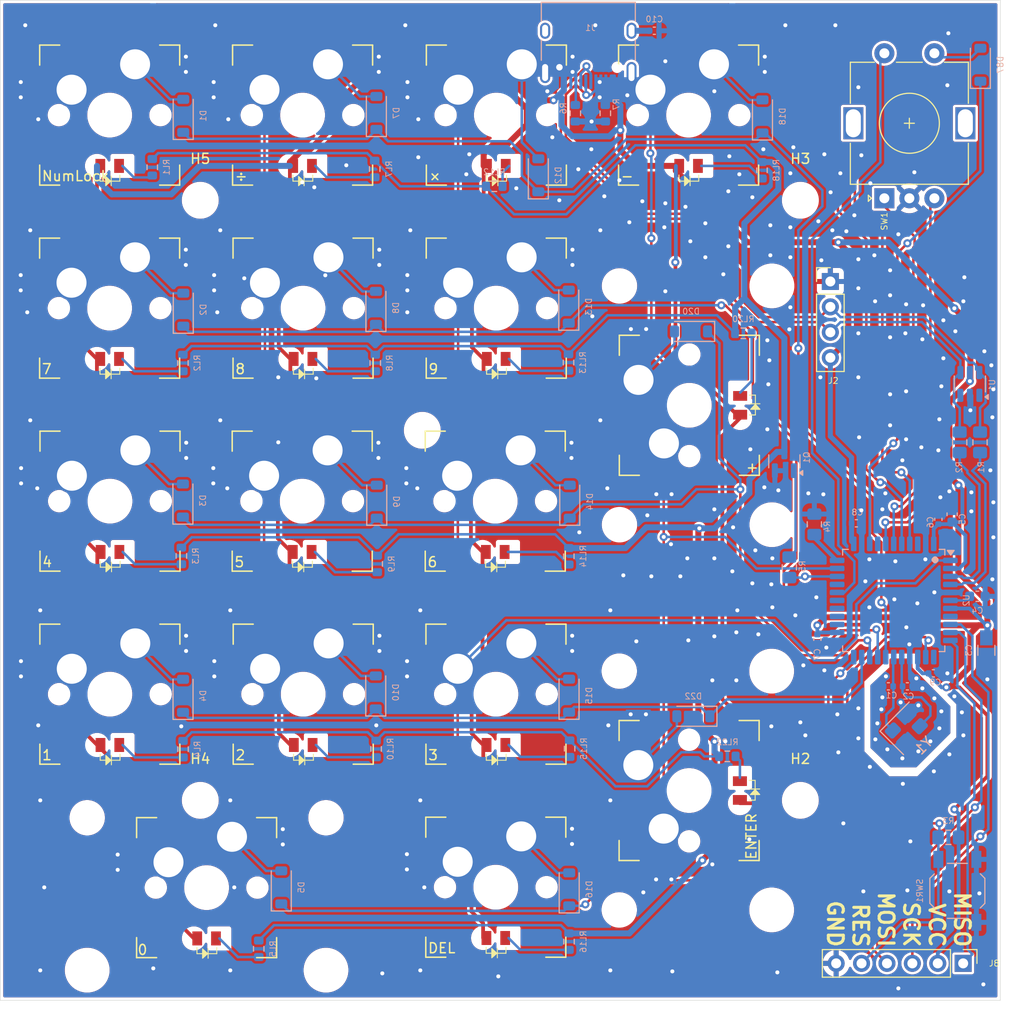
<source format=kicad_pcb>
(kicad_pcb (version 20241229) (generator "pcbnew") (generator_version "9.0")
  (title_block (title "chico-alicestyle-keep") (rev "2.0"))
  (layers (0 "F.Cu" signal) (2 "B.Cu" signal) (13 "F.Paste" user) (15 "B.Paste" user) (5 "F.SilkS" user "F.Silkscreen") (7 "B.SilkS" user "B.Silkscreen") (1 "F.Mask" user) (3 "B.Mask" user) (25 "Edge.Cuts" user))
  (net 0 "")
  (net 1 "GND")
  (net 2 "XTAL1")
  (net 3 "XTAL2")
  (net 4 "VCC")
  (net 5 "Net-(U2-UCAP)")
  (net 6 "/row0")
  (net 7 "/row1")
  (net 8 "Net-(D1-A)")
  (net 9 "Net-(D2-A)")
  (net 10 "/row2")
  (net 11 "/row3")
  (net 12 "Net-(D3-A)")
  (net 13 "Net-(D4-A)")
  (net 14 "/row4")
  (net 15 "Net-(D5-A)")
  (net 16 "Net-(D7-A)")
  (net 17 "Net-(D8-A)")
  (net 18 "Net-(D9-A)")
  (net 19 "Net-(D10-A)")
  (net 20 "Net-(D12-A)")
  (net 21 "Net-(D13-A)")
  (net 22 "Net-(D14-A)")
  (net 23 "Net-(D15-A)")
  (net 24 "Net-(D16-A)")
  (net 25 "Net-(D18-A)")
  (net 26 "Net-(D20-A)")
  (net 27 "Net-(D22-A)")
  (net 28 "/MISO")
  (net 29 "/SCK")
  (net 30 "/MOSI")
  (net 31 "/~{RES}")
  (net 32 "Net-(D87-A)")
  (net 33 "/enc1")
  (net 34 "D+")
  (net 35 "D-")
  (net 36 "/col0")
  (net 37 "/col1")
  (net 38 "/col2")
  (net 39 "/col3")
  (net 40 "/col4")
  (net 41 "/col5")
  (net 42 "/col6")
  (net 43 "/col8")
  (net 44 "/col9")
  (net 45 "/col10")
  (net 46 "/col11")
  (net 47 "/col12")
  (net 48 "/col13")
  (net 49 "/row5")
  (net 50 "/enc2")
  (net 51 "Net-(MX2-LEDGND)")
  (net 52 "Net-(MX3-LEDGND)")
  (net 53 "Net-(MX4-LEDGND)")
  (net 54 "Net-(MX5-LEDGND)")
  (net 55 "Net-(MX7-LEDGND)")
  (net 56 "Net-(MX8-LEDGND)")
  (net 57 "Net-(MX9-LEDGND)")
  (net 58 "Net-(MX10-LEDGND)")
  (net 59 "Net-(MX12-LEDGND)")
  (net 60 "Net-(MX13-LEDGND)")
  (net 61 "Net-(MX14-LEDGND)")
  (net 62 "Net-(MX15-LEDGND)")
  (net 63 "Net-(MX16-LEDGND)")
  (net 64 "Net-(MX18-LEDGND)")
  (net 65 "Net-(MX20-LEDGND)")
  (net 66 "Net-(MX22-LEDGND)")
  (net 67 "/ledGND")
  (net 68 "Net-(Q1-G)")
  (net 69 "Net-(U2-~{HWB}{slash}PE2)")
  (net 70 "Net-(U2-PC6)")
  (net 71 "Net-(J1-CC1)")
  (net 72 "Net-(J1-CC2)")
  (net 78 "Net-(MX1-LEDGND)")
  (net 79 "/COND-")
  (net 80 "/COND+")
  (net 81 "Net-(J1-SHIELD)")
  (footprint "keeb-conn:MountingHole_3.2mm_M3" (layer "F.Cu") (at 137 117)
    (property "Reference" "H2")
    (property "Value" "MountingHole")
  )
  (footprint "keeb-conn:MountingHole_3.2mm_M3" (layer "F.Cu") (at 77 57)
    (property "Reference" "H5")
    (property "Value" "MountingHole")
  )
  (footprint "keeb-conn:MountingHole_3.2mm_M3" (layer "F.Cu") (at 77 117)
    (property "Reference" "H4")
    (property "Value" "MountingHole")
  )
  (footprint "ai03-MX_only:MXOnly-1U-Hotswap-Antishear-Led-SMD" (layer "F.Cu") (at 67.942064 48.483979)
    (property "Reference" "MX1")
    (property "Value" "NumLock")
  )
  (footprint "ai03-MX_only:MXOnly-1U-Hotswap-Antishear-Led-SMD" (layer "F.Cu") (at 67.935714 67.783979)
    (property "Reference" "MX2")
    (property "Value" "7")
  )
  (footprint "ai03-MX_only:MXOnly-2U-Hotswap-Antishear-Led-SMD" (layer "F.Cu") (at 77.6324 125.7254)
    (property "Reference" "MX5")
    (property "Value" "0")
  )
  (footprint "ai03-MX_only:MXOnly-1U-Hotswap-Antishear-Led-SMD" (layer "F.Cu") (at 87.229364 48.483979)
    (property "Reference" "MX7")
    (property "Value" "÷")
  )
  (footprint "ai03-MX_only:MXOnly-1U-Hotswap-Antishear-Led-SMD" (layer "F.Cu") (at 87.276148 67.783979)
    (property "Reference" "MX8")
    (property "Value" "8")
  )
  (footprint "ai03-MX_only:MXOnly-1U-Hotswap-Antishear-Led-SMD" (layer "F.Cu") (at 87.191264 87.083979)
    (property "Reference" "MX9")
    (property "Value" "5")
  )
  (footprint "ai03-MX_only:MXOnly-1U-Hotswap-Antishear-Led-SMD" (layer "F.Cu") (at 87.292864 106.383979)
    (property "Reference" "MX10")
    (property "Value" "2")
  )
  (footprint "ai03-MX_only:MXOnly-1U-Hotswap-Antishear-Led-SMD" (layer "F.Cu") (at 106.605564 48.483979)
    (property "Reference" "MX12")
    (property "Value" "×")
  )
  (footprint "ai03-MX_only:MXOnly-1U-Hotswap-Antishear-Led-SMD" (layer "F.Cu") (at 106.592864 67.783979)
    (property "Reference" "MX13")
    (property "Value" "9")
  )
  (footprint "ai03-MX_only:MXOnly-1U-Hotswap-Antishear-Led-SMD" (layer "F.Cu") (at 106.493325 87.083979)
    (property "Reference" "MX14")
    (property "Value" "6")
  )
  (footprint "ai03-MX_only:MXOnly-1U-Hotswap-Antishear-Led-SMD" (layer "F.Cu") (at 106.565134 106.383979)
    (property "Reference" "MX15")
    (property "Value" "3")
  )
  (footprint "ai03-MX_only:MXOnly-1U-Hotswap-Antishear-Led-SMD" (layer "F.Cu") (at 125.823991 48.483979)
    (property "Reference" "MX18")
    (property "Value" "-")
  )
  (footprint "ai03-MX_only:MXOnly-2U-Hotswap-Antishear-Led-SMD" (layer "F.Cu") (at 125.9 77.5 90)
    (property "Reference" "MX20")
    (property "Value" "+")
  )
  (footprint "ai03-MX_only:MXOnly-2U-Hotswap-Antishear-Led-SMD" (layer "F.Cu") (at 125.878054 116.017729 90)
    (property "Reference" "MX22")
    (property "Value" "ENTER")
  )
  (footprint "keeb-conn:MountingHole_3.2mm_M3" (layer "F.Cu") (at 137 57)
    (property "Reference" "H3")
    (property "Value" "MountingHole")
  )
  (footprint "ai03-MX_only:MXOnly-1U-Hotswap-Antishear-Led-SMD" (layer "F.Cu") (at 67.961114 106.383979)
    (property "Reference" "MX4")
    (property "Value" "1")
  )
  (footprint "ai03-MX_only:MXOnly-1U-Hotswap-Antishear-Led-SMD" (layer "F.Cu") (at 67.973814 87.083979)
    (property "Reference" "MX3")
    (property "Value" "4")
  )
  (footprint "ai03-MX_only:MXOnly-1U-Hotswap-Antishear-Led-SMD" (layer "F.Cu") (at 106.549169 125.683979)
    (property "Reference" "MX16")
    (property "Value" "DEL")
  )
  (footprint "Rotary_Encoder:RotaryEncoder_Alps_EC11E-Switch_Vertical_H20mm" (layer "F.Cu") (at 145.4 56.8 90)
    (property "Reference" "SW1")
    (property "Value" "Rotary_Encoder_Switch" (hide yes))
  )
  (footprint "Connector_PinHeader_2.54mm:PinHeader_1x04_P2.54mm_Vertical" (layer "F.Cu") (at 140 65.12)
    (property "Reference" "J2")
    (property "Value" "Conn_01x04")
  )
  (footprint "Connector_PinHeader_2.54mm:PinHeader_1x06_P2.54mm_Vertical" (layer "F.Cu") (at 153.28 133.3 -90)
    (property "Reference" "J8")
    (property "Value" "Conn_01x06")
  )
  (footprint "Capacitors_SMD:C_0805_HandSoldering" (layer "B.Cu") (at 155.6 102 -90)
    (property "Reference" "C3")
    (property "Value" "10uF" (hide yes))
  )
  (footprint "Capacitor_SMD:C_0402_1005Metric" (layer "B.Cu") (at 138.7 100.9 -90)
    (property "Reference" "C7")
    (property "Value" "0.1uF")
  )
  (footprint "Capacitor_SMD:C_0402_1005Metric" (layer "B.Cu") (at 142.6 89.3)
    (property "Reference" "C8")
    (property "Value" "0.1uF")
  )
  (footprint "Capacitor_SMD:C_0402_1005Metric" (layer "B.Cu") (at 150.8 88.9 90)
    (property "Reference" "C6")
    (property "Value" "0.1uF")
  )
  (footprint "Capacitor_SMD:C_0603_1608Metric" (layer "B.Cu") (at 154.7 96.6)
    (property "Reference" "C4")
    (property "Value" "1uF (±10%)")
  )
  (footprint "Resistor_SMD:R_0805_2012Metric_Pad1.15x1.40mm_HandSolder" (layer "B.Cu") (at 138.4 89.4 90)
    (property "Reference" "R4")
    (property "Value" "10K" (hide yes))
  )
  (footprint "Buttons_Switches_SMD:SW_SPST_TL3342" (layer "B.Cu") (at 152.7 126.05 90)
    (property "Reference" "SWR1")
    (property "Value" "SW_Push" (hide yes))
  )
  (footprint "Capacitor_SMD:C_0402_1005Metric" (layer "B.Cu") (at 145.8 105.6)
    (property "Reference" "C1")
    (property "Value" "22pF")
  )
  (footprint "Package_TO_SOT_SMD:SOT-23-6" (layer "B.Cu") (at 153.95 75.3625 90)
    (property "Reference" "U1")
    (property "Value" "USBLC6-2SC6" (hide yes))
  )
  (footprint "Capacitor_SMD:C_0603_1608Metric" (layer "B.Cu") (at 152.178 88.4 90)
    (property "Reference" "C5")
    (property "Value" "1uF")
  )
  (footprint "Resistor_SMD:R_0805_2012Metric_Pad1.15x1.40mm_HandSolder" (layer "B.Cu") (at 151.8 120.7 180)
    (property "Reference" "R3")
    (property "Value" "10K" (hide yes))
  )
  (footprint "Resistor_SMD:R_0805_2012Metric_Pad1.15x1.40mm_HandSolder" (layer "B.Cu") (at 152.934 81.2045 90)
    (property "Reference" "R2")
    (property "Value" "22" (hide yes))
  )
  (footprint "Resistor_SMD:R_0805_2012Metric_Pad1.15x1.40mm_HandSolder" (layer "B.Cu") (at 154.966 81.2045 90)
    (property "Reference" "R1")
    (property "Value" "22" (hide yes))
  )
  (footprint "Capacitor_SMD:C_0402_1005Metric" (layer "B.Cu") (at 150.3 104.3)
    (property "Reference" "C9")
    (property "Value" "0.1uF")
  )
  (footprint "Capacitor_SMD:C_0402_1005Metric" (layer "B.Cu") (at 147.7 105.6)
    (property "Reference" "C2")
    (property "Value" "22pF")
  )
  (footprint "Crystal:Crystal_SMD_SeikoEpson_FA238-4Pin_3.2x2.5mm" (layer "B.Cu") (at 147.6 109.8 45)
    (property "Reference" "Y1")
    (property "Value" "Crystal_GND24")
  )
  (footprint "Diode_SMD:D_SOD-123" (layer "B.Cu") (at 133.213437 48.614172 90)
    (property "Reference" "D18")
    (property "Value" "D" (hide yes))
  )
  (footprint "Resistor_SMD:R_0603_1608Metric" (layer "B.Cu") (at 113.848068 92.596096 90)
    (property "Reference" "RL14")
    (property "Value" "R" (hide yes))
  )
  (footprint "Diode_SMD:D_SOD-123" (layer "B.Cu") (at 75.301714 67.936379 90)
    (property "Reference" "D2")
    (property "Value" "D" (hide yes))
  )
  (footprint "Diode_SMD:D_SOD-123" (layer "B.Cu") (at 75.263614 87.020479 90)
    (property "Reference" "D3")
    (property "Value" "D" (hide yes))
  )
  (footprint "Diode_SMD:D_SOD-123" (layer "B.Cu") (at 75.276314 106.549079 90)
    (property "Reference" "D4")
    (property "Value" "D" (hide yes))
  )
  (footprint "Diode_SMD:D_SOD-123" (layer "B.Cu") (at 85.1 125.7 90)
    (property "Reference" "D5")
    (property "Value" "D")
  )
  (footprint "Diode_SMD:D_SOD-123" (layer "B.Cu") (at 94.608064 48.268079 90)
    (property "Reference" "D7")
    (property "Value" "D" (hide yes))
  )
  (footprint "Diode_SMD:D_SOD-123" (layer "B.Cu") (at 94.56128 67.758579 90)
    (property "Reference" "D8")
    (property "Value" "D" (hide yes))
  )
  (footprint "Diode_SMD:D_SOD-123" (layer "B.Cu") (at 94.646164 87.134779 90)
    (property "Reference" "D9")
    (property "Value" "D" (hide yes))
  )
  (footprint "Diode_SMD:D_SOD-123" (layer "B.Cu") (at 94.544564 106.206179 90)
    (property "Reference" "D10")
    (property "Value" "D" (hide yes))
  )
  (footprint "Diode_SMD:D_SOD-123" (layer "B.Cu") (at 110.8 54.5 90)
    (property "Reference" "D12")
    (property "Value" "D" (hide yes))
  )
  (footprint "Diode_SMD:D_SOD-123" (layer "B.Cu") (at 113.944103 87.136217 90)
    (property "Reference" "D14")
    (property "Value" "D" (hide yes))
  )
  (footprint "Diode_SMD:D_SOD-123" (layer "B.Cu") (at 113.872295 106.531559 90)
    (property "Reference" "D15")
    (property "Value" "D" (hide yes))
  )
  (footprint "Diode_SMD:D_SOD-123" (layer "B.Cu") (at 113.88826 125.895707 90)
    (property "Reference" "D16")
    (property "Value" "D")
  )
  (footprint "Diode_SMD:D_SOD-123" (layer "B.Cu") (at 126.070101 70.115055 180)
    (property "Reference" "D20")
    (property "Value" "D" (hide yes))
  )
  (footprint "Diode_SMD:D_SOD-123" (layer "B.Cu") (at 126.300298 108.592331 180)
    (property "Reference" "D22")
    (property "Value" "D")
  )
  (footprint "Resistor_SMD:R_0603_1608Metric" (layer "B.Cu") (at 72.2 53.7 90)
    (property "Reference" "RL1")
    (property "Value" "R" (hide yes))
  )
  (footprint "Resistor_SMD:R_0603_1608Metric" (layer "B.Cu") (at 75.263614 73.270379 90)
    (property "Reference" "RL2")
    (property "Value" "R" (hide yes))
  )
  (footprint "Resistor_SMD:R_0603_1608Metric" (layer "B.Cu") (at 75.111214 92.561379 90)
    (property "Reference" "RL3")
    (property "Value" "R" (hide yes))
  )
  (footprint "Resistor_SMD:R_0603_1608Metric" (layer "B.Cu") (at 75.276314 111.883079 90)
    (property "Reference" "RL4")
    (property "Value" "R" (hide yes))
  )
  (footprint "Resistor_SMD:R_0603_1608Metric" (layer "B.Cu") (at 82.8451 131.8436 90)
    (property "Reference" "RL5")
    (property "Value" "R" (hide yes))
  )
  (footprint "Resistor_SMD:R_0603_1608Metric" (layer "B.Cu") (at 94.49778 73.270379 90)
    (property "Reference" "RL8")
    (property "Value" "R" (hide yes))
  )
  (footprint "Resistor_SMD:R_0603_1608Metric" (layer "B.Cu") (at 94.691264 93.358979 90)
    (property "Reference" "RL9")
    (property "Value" "R" (hide yes))
  )
  (footprint "Resistor_SMD:R_0603_1608Metric" (layer "B.Cu") (at 94.582664 111.861379 90)
    (property "Reference" "RL10")
    (property "Value" "R" (hide yes))
  )
  (footprint "Resistor_SMD:R_0603_1608Metric" (layer "B.Cu") (at 106.4 55.6 180)
    (property "Reference" "RL12")
    (property "Value" "R" (hide yes))
  )
  (footprint "Resistor_SMD:R_0603_1608Metric" (layer "B.Cu") (at 113.928935 111.829967 90)
    (property "Reference" "RL15")
    (property "Value" "R" (hide yes))
  )
  (footprint "Resistor_SMD:R_0603_1608Metric" (layer "B.Cu") (at 113.870478 131.12673 90)
    (property "Reference" "RL16")
    (property "Value" "R" (hide yes))
  )
  (footprint "Resistor_SMD:R_0603_1608Metric" (layer "B.Cu") (at 133.163727 54 90)
    (property "Reference" "RL18")
    (property "Value" "R" (hide yes))
  )
  (footprint "Package_QFP:TQFP-44_10x10mm_P0.8mm" (layer "B.Cu") (at 146.336 97.014 180)
    (property "Reference" "U2")
    (property "Value" "ATmega32U4-AU" (hide yes))
  )
  (footprint "Resistor_SMD:R_0603_1608Metric" (layer "B.Cu") (at 131.303138 70.301111 180)
    (property "Reference" "RL20")
    (property "Value" "R" (hide yes))
  )
  (footprint "Resistor_SMD:R_0603_1608Metric" (layer "B.Cu") (at 113.819164 73.223279 90)
    (property "Reference" "RL13")
    (property "Value" "R" (hide yes))
  )
  (footprint "Resistor_SMD:R_0805_2012Metric_Pad1.15x1.40mm_HandSolder" (layer "B.Cu") (at 135.9 93.7 90)
    (property "Reference" "R5")
    (property "Value" "1.5K" (hide yes))
  )
  (footprint "Resistor_SMD:R_0603_1608Metric" (layer "B.Cu") (at 129.7 112.6 180)
    (property "Reference" "RL22")
    (property "Value" "R" (hide yes))
  )
  (footprint "Resistor_SMD:R_0603_1608Metric" (layer "B.Cu") (at 94.442964 53.872479 90)
    (property "Reference" "RL7")
    (property "Value" "R" (hide yes))
  )
  (footprint "Package_TO_SOT_SMD:SOT-23" (layer "B.Cu") (at 135.4 83.1 90)
    (property "Reference" "Q1")
    (property "Value" "2N7002" (hide yes))
  )
  (footprint "Diode_SMD:D_SOD-123" (layer "B.Cu") (at 75.295364 48.560179 90)
    (property "Reference" "D1")
    (property "Value" "D" (hide yes))
  )
  (footprint "Diode_SMD:D_SOD-123" (layer "B.Cu") (at 113.844564 67.631579 90)
    (property "Reference" "D13")
    (property "Value" "D" (hide yes))
  )
  (footprint "Diode_SMD:D_SOD-123" (layer "B.Cu") (at 155 43.45 90)
    (property "Reference" "D87")
    (property "Value" "D" (hide yes))
  )
  (footprint "Resistor_SMD:R_0603_1608Metric" (layer "B.Cu") (at 114.5 48.3 90)
    (property "Reference" "R6")
    (property "Value" "5K1" (hide yes))
  )
  (footprint "Capacitor_SMD:C_0402_1005Metric" (layer "B.Cu") (at 122.4 40.05 180)
    (property "Reference" "C10")
    (property "Value" "0.1uF")
  )
  (footprint "Resistor_SMD:R_0603_1608Metric" (layer "B.Cu") (at 117.5 48.3 -90)
    (property "Reference" "R7")
    (property "Value" "5K1" (hide yes))
  )
  (footprint "keeb-conn:USB_C_Receptacle_HRO_TYPE-C-31-M-12" (layer "B.Cu") (at 115.8 41.1)
    (property "Reference" "J1")
    (property "Value" "USB_C_Receptacle_USB2.0" (hide yes))
  )
  (gr_rect (start 57 37) (end 157 137) (stroke (width 0.05)) (fill no) (layer "Edge.Cuts"))
  (gr_text "SCK" (at 147.22 127.000001 -90) (layer "F.SilkS") (effects (font (size 1.5 1.5) (thickness 0.3) (bold yes)) (justify left bottom)))
  (gr_text "RES" (at 142.14 127.142858 -90) (layer "F.SilkS") (effects (font (size 1.5 1.5) (thickness 0.3) (bold yes)) (justify left bottom)))
  (gr_text "MISO" (at 152.3 126 -90) (layer "F.SilkS") (effects (font (size 1.5 1.5) (thickness 0.3) (bold yes)) (justify left bottom)))
  (gr_text "MOSI" (at 144.68 126 -90) (layer "F.SilkS") (effects (font (size 1.5 1.5) (thickness 0.3) (bold yes)) (justify left bottom)))
  (gr_text "GND" (at 139.6 126.857143 -90) (layer "F.SilkS") (effects (font (size 1.5 1.5) (thickness 0.3) (bold yes)) (justify left bottom)))
  (gr_text "VCC" (at 149.76 127.142858 -90) (layer "F.SilkS") (effects (font (size 1.5 1.5) (thickness 0.3) (bold yes)) (justify left bottom)))
  (gr_text "." (at 151.2763 92.95 -90) (layer "B.SilkS") (effects (font (size 2 2) (thickness 0.5)) (justify mirror)))
  (segment (start 85.1 103.410505) (end 84.508169 102.818674) (width 0.25) (layer "F.Cu") (net 0))
  (segment (start 85.1 103.6) (end 85.1 103.410505) (width 0.25) (layer "F.Cu") (net 0))
  (via (at 123.4 59.7) (size 0.8) (drill 0.4) (layers "F.Cu" "B.Cu") (net 1))
  (via (at 80.4 125.7) (size 0.8) (drill 0.4) (layers "F.Cu" "B.Cu") (net 1))
  (via (at 60.8 48.9) (size 0.8) (drill 0.4) (layers "F.Cu" "B.Cu") (net 1))
  (via (at 131.9 120.9) (size 0.8) (drill 0.4) (layers "F.Cu" "B.Cu") (net 1))
  (via (at 141.3 119.3) (size 0.8) (drill 0.4) (layers "F.Cu" "B.Cu") (net 1))
  (via (at 128.2 105) (size 0.8) (drill 0.4) (layers "F.Cu" "B.Cu") (net 1))
  (via (at 138.6 96.7) (size 0.8) (drill 0.4) (layers "F.Cu" "B.Cu") (net 1))
  (via (at 59.7 68.2) (size 0.8) (drill 0.4) (layers "F.Cu" "B.Cu") (net 1))
  (via (at 154.9 126.3) (size 0.8) (drill 0.4) (layers "F.Cu" "B.Cu") (net 1))
  (via (at 128.4 87.9) (size 0.8) (drill 0.4) (layers "F.Cu" "B.Cu") (net 1))
  (via (at 116.2 68.6) (size 0.8) (drill 0.4) (layers "F.Cu" "B.Cu") (net 1))
  (via (at 143.95 113.65) (size 0.8) (drill 0.4) (layers "F.Cu" "B.Cu") (net 1))
  (via (at 117 79) (size 0.8) (drill 0.4) (layers "F.Cu" "B.Cu") (net 1))
  (via (at 133.7 71) (size 0.8) (drill 0.4) (layers "F.Cu" "B.Cu") (net 1))
  (via (at 78.7 68.2) (size 0.8) (drill 0.4) (layers "F.Cu" "B.Cu") (net 1))
  (via (at 133.9 73) (size 0.8) (drill 0.4) (layers "F.Cu" "B.Cu") (net 1))
  (via (at 112.2 50.7) (size 0.8) (drill 0.4) (layers "F.Cu" "B.Cu") (net 1))
  (via (at 147.5 70.3) (size 0.8) (drill 0.4) (layers "F.Cu" "B.Cu") (net 1))
  (via (at 130.6 105) (size 0.8) (drill 0.4) (layers "F.Cu" "B.Cu") (net 1))
  (via (at 125 94.6) (size 0.8) (drill 0.4) (layers "F.Cu" "B.Cu") (net 1))
  (via (at 81.4 64.8) (size 0.8) (drill 0.4) (layers "F.Cu" "B.Cu") (net 1))
  (via (at 150.9 78.9) (size 0.8) (drill 0.4) (layers "F.Cu" "B.Cu") (net 1))
  (via (at 145.975 70.7) (size 0.8) (drill 0.4) (layers "F.Cu" "B.Cu") (net 1))
  (via (at 125.513485 57.651583) (size 0.8) (drill 0.4) (layers "F.Cu" "B.Cu") (net 1))
  (via (at 116.1 51.9) (size 0.8) (drill 0.4) (layers "F.Cu" "B.Cu") (net 1))
  (via (at 127.5 59.3) (size 0.8) (drill 0.4) (layers "F.Cu" "B.Cu") (net 1))
  (via (at 121.3 126.2) (size 0.8) (drill 0.4) (layers "F.Cu" "B.Cu") (net 1))
  (via (at 98.8 48.9) (size 0.8) (drill 0.4) (layers "F.Cu" "B.Cu") (net 1))
  (via (at 151.8 40.3) (size 0.8) (drill 0.4) (layers "F.Cu" "B.Cu") (net 1))
  (via (at 116.5 39.5) (size 0.8) (drill 0.4) (layers "F.Cu" "B.Cu") (net 1))
  (via (at 150.8 82) (size 0.8) (drill 0.4) (layers "F.Cu" "B.Cu") (net 1))
  (via (at 61 134) (size 0.8) (drill 0.4) (layers "F.Cu" "B.Cu") (net 1))
  (via (at 118 134) (size 0.8) (drill 0.4) (layers "F.Cu" "B.Cu") (net 1))
  (via (at 150.35 114.1) (size 0.8) (drill 0.4) (layers "F.Cu" "B.Cu") (net 1))
  (via (at 142.8 74.7) (size 0.8) (drill 0.4) (layers "F.Cu" "B.Cu") (net 1))
  (via (at 142.8 70.3) (size 0.8) (drill 0.4) (layers "F.Cu" "B.Cu") (net 1))
  (via (at 80 98) (size 0.8) (drill 0.4) (layers "F.Cu" "B.Cu") (net 1))
  (via (at 149.2 105.8) (size 0.8) (drill 0.4) (layers "F.Cu" "B.Cu") (net 1))
  (via (at 145.1 107.9) (size 0.8) (drill 0.4) (layers "F.Cu" "B.Cu") (net 1))
  (via (at 152.4 106.6) (size 0.8) (drill 0.4) (layers "F.Cu" "B.Cu") (net 1))
  (via (at 154 78) (size 0.8) (drill 0.4) (layers "F.Cu" "B.Cu") (net 1))
  (via (at 151.3 69) (size 0.8) (drill 0.4) (layers "F.Cu" "B.Cu") (net 1))
  (via (at 151.1 75.6) (size 0.8) (drill 0.4) (layers "F.Cu" "B.Cu") (net 1))
  (via (at 98.8 52.7) (size 0.8) (drill 0.4) (layers "F.Cu" "B.Cu") (net 1))
  (via (at 148.7 97.3) (size 0.8) (drill 0.4) (layers "F.Cu" "B.Cu") (net 1))
  (via (at 99 98) (size 0.8) (drill 0.4) (layers "F.Cu" "B.Cu") (net 1))
  (via (at 141.6 60.1) (size 0.8) (drill 0.4) (layers "F.Cu" "B.Cu") (net 1))
  (via (at 144.4 62.5) (size 0.8) (drill 0.4) (layers "F.Cu" "B.Cu") (net 1))
  (via (at 136 59.7) (size 0.8) (drill 0.4) (layers "F.Cu" "B.Cu") (net 1))
  (via (at 147.6 99.7) (size 0.8) (drill 0.4) (layers "F.Cu" "B.Cu") (net 1))
  (via (at 145.2 87.9) (size 0.8) (drill 0.4) (layers "F.Cu" "B.Cu") (net 1))
  (via (at 151.9 126.1) (size 0.8) (drill 0.4) (layers "F.Cu" "B.Cu") (net 1))
  (via (at 142.8 65.8) (size 0.8) (drill 0.4) (layers "F.Cu" "B.Cu") (net 1))
  (via (at 60.7 85.8) (size 0.8) (drill 0.4) (layers "F.Cu" "B.Cu") (net 1))
  (via (at 147.25 115.35) (size 0.8) (drill 0.4) (layers "F.Cu" "B.Cu") (net 1))
  (via (at 99 117) (size 0.8) (drill 0.4) (layers "F.Cu" "B.Cu") (net 1))
  (via (at 136.5 98.5) (size 0.8) (drill 0.4) (layers "F.Cu" "B.Cu") (net 1))
  (via (at 137.8 86.3) (size 0.8) (drill 0.4) (layers "F.Cu" "B.Cu") (net 1))
  (via (at 144.5 110.9) (size 0.8) (drill 0.4) (layers "F.Cu" "B.Cu") (net 1))
  (via (at 145.975 76.4) (size 0.8) (drill 0.4) (layers "F.Cu" "B.Cu") (net 1))
  (via (at 146.8 135.8) (size 0.8) (drill 0.4) (layers "F.Cu" "B.Cu") (net 1))
  (via (at 129.8 61.6) (size 0.8) (drill 0.4) (layers "F.Cu" "B.Cu") (net 1))
  (via (at 125.7 92.8) (size 0.8) (drill 0.4) (layers "F.Cu" "B.Cu") (net 1))
  (via (at 129.5 111.1) (size 0.8) (drill 0.4) (layers "F.Cu" "B.Cu") (net 1))
  (via (at 130.9 54.4) (size 0.8) (drill 0.4) (layers "F.Cu" "B.Cu") (net 1))
  (via (at 121.7 88.5) (size 0.8) (drill 0.4) (layers "F.Cu" "B.Cu") (net 1))
  (via (at 91.6 53.5) (size 0.8) (drill 0.4) (layers "F.Cu" "B.Cu") (net 1))
  (via (at 144.475 67.1) (size 0.8) (drill 0.4) (layers "F.Cu" "B.Cu") (net 1))
  (via (at 61 98) (size 0.8) (drill 0.4) (layers "F.Cu" "B.Cu") (net 1))
  (via (at 151.9 112.4) (size 0.8) (drill 0.4) (layers "F.Cu" "B.Cu") (net 1))
  (via (at 138.8 59.1) (size 0.8) (drill 0.4) (layers "F.Cu" "B.Cu") (net 1))
  (via (at 141 54.3) (size 0.8) (drill 0.4) (layers "F.Cu" "B.Cu") (net 1))
  (via (at 147.575 80.9) (size 0.8) (drill 0.4) (layers "F.Cu" "B.Cu") (net 1))
  (via (at 143.9 97.7) (size 0.8) (drill 0.4) (layers "F.Cu" "B.Cu") (net 1))
  (via (at 122.1 94.6) (size 0.8) (drill 0.4) (layers "F.Cu" "B.Cu") (net 1))
  (via (at 132.8 100.4) (size 0.8) (drill 0.4) (layers "F.Cu" "B.Cu") (net 1))
  (via (at 140.8 112.2) (size 0.8) (drill 0.4) (layers "F.Cu" "B.Cu") (net 1))
  (via (at 87.2 55.2) (size 0.8) (drill 0.4) (layers "F.Cu" "B.Cu") (net 1))
  (via (at 137.3 103.5) (size 0.8) (drill 0.4) (layers "F.Cu" "B.Cu") (net 1))
  (via (at 84.8 74.7) (size 0.8) (drill 0.4) (layers "F.Cu" "B.Cu") (net 1))
  (via (at 135.5 39.5) (size 0.8) (drill 0.4) (layers "F.Cu" "B.Cu") (net 1))
  (via (at 147.2 83) (size 0.8) (drill 0.4) (layers "F.Cu" "B.Cu") (net 1))
  (via (at 143.3 126.1) (size 0.8) (drill 0.4) (layers "F.Cu" "B.Cu") (net 1))
  (via (at 147.7 126) (size 0.8) (drill 0.4) (layers "F.Cu" "B.Cu") (net 1))
  (via (at 117 60) (size 0.8) (drill 0.4) (layers "F.Cu" "B.Cu") (net 1))
  (via (at 139.6 101.725) (size 0.8) (drill 0.4) (layers "F.Cu" "B.Cu") (net 1))
  (via (at 153.4 64.7) (size 0.8) (drill 0.4) (layers "F.Cu" "B.Cu") (net 1))
  (via (at 89.5 64.5) (size 0.8) (drill 0.4) (layers "F.Cu" "B.Cu") (net 1))
  (via (at 148.4 54.2) (size 0.8) (drill 0.4) (layers "F.Cu" "B.Cu") (net 1))
  (via (at 103.9 52.4) (size 0.8) (drill 0.4) (layers "F.Cu" "B.Cu") (net 1))
  (via (at 116.125 49.125) (size 0.8) (drill 0.4) (layers "F.Cu" "B.Cu") (net 1))
  (via (at 79 79) (size 0.8) (drill 0.4) (layers "F.Cu" "B.Cu") (net 1))
  (via (at 123.5 43.1) (size 0.8) (drill 0.4) (layers "F.Cu" "B.Cu") (net 1))
  (via (at 152.5 70.1) (size 0.8) (drill 0.4) (layers "F.Cu" "B.Cu") (net 1))
  (via (at 72.3 133.8) (size 0.8) (drill 0.4) (layers "F.Cu" "B.Cu") (net 1))
  (via (at 156.3 75.9) (size 0.8) (drill 0.4) (layers "F.Cu" "B.Cu") (net 1))
  (via (at 149.2 70.9) (size 0.8) (drill 0.4) (layers "F.Cu" "B.Cu") (net 1))
  (via (at 136.3 51.7) (size 0.8) (drill 0.4) (layers "F.Cu" "B.Cu") (net 1))
  (via (at 155.3 135.4) (size 0.8) (drill 0.4) (layers "F.Cu" "B.Cu") (net 1))
  (via (at 147.025 107.2) (size 0.8) (drill 0.4) (layers "F.Cu" "B.Cu") (net 1))
  (via (at 134.2 97.7) (size 0.8) (drill 0.4) (layers "F.Cu" "B.Cu") (net 1))
  (via (at 139.3 86.4) (size 0.8) (drill 0.4) (layers "F.Cu" "B.Cu") (net 1))
  (via (at 114.8 53.9) (size 0.8) (drill 0.4) (layers "F.Cu" "B.Cu") (net 1))
  (via (at 148.6 104.8) (size 0.8) (drill 0.4) (layers "F.Cu" "B.Cu") (net 1))
  (via (at 143.1 88) (size 0.8) (drill 0.4) (layers "F.Cu" "B.Cu") (net 1))
  (via (at 130.6 100.2) (size 0.8) (drill 0.4) (layers "F.Cu" "B.Cu") (net 1))
  (via (at 133.7 79.9) (size 0.8) (drill 0.4) (layers "F.Cu" "B.Cu") (net 1))
  (via (at 106.8 134.6) (size 0.8) (drill 0.4) (layers "F.Cu" "B.Cu") (net 1))
  (via (at 94.6 109.5) (size 0.8) (drill 0.4) (layers "F.Cu" "B.Cu") (net 1))
  (via (at 142.8 62.9) (size 0.8) (drill 0.4) (layers "F.Cu" "B.Cu") (net 1))
  (via (at 156 84) (size 0.8) (drill 0.4) (layers "F.Cu" "B.Cu") (net 1))
  (via (at 79.8 48.9) (size 0.8) (drill 0.4) (layers "F.Cu" "B.Cu") (net 1))
  (via (at 88.4 55.7) (size 0.8) (drill 0.4) (layers "F.Cu" "B.Cu") (net 1))
  (via (at 117.8 109.5) (size 0.8) (drill 0.4) (layers "F.Cu" "B.Cu") (net 1))
  (via (at 143.9 92.9) (size 0.8) (drill 0.4) (layers "F.Cu" "B.Cu") (net 1))
  (via (at 146.8 60.4) (size 0.8) (drill 0.4) (layers "F.Cu" "B.Cu") (net 1))
  (via (at 143.1 52.5) (size 0.8) (drill 0.4) (layers "F.Cu" "B.Cu") (net 1))
  (via (at 137.5 110.5) (size 0.8) (drill 0.4) (layers "F.Cu" "B.Cu") (net 1))
  (via (at 156.1 73.5) (size 0.8) (drill 0.4) (layers "F.Cu" "B.Cu") (net 1))
  (via (at 99.4 125.7) (size 0.8) (drill 0.4) (layers "F.Cu" "B.Cu") (net 1))
  (via (at 145.975 64) (size 0.8) (drill 0.4) (layers "F.Cu" "B.Cu") (net 1))
  (via (at 130.2 94.1) (size 0.8) (drill 0.4) (layers "F.Cu" "B.Cu") (net 1))
  (via (at 151.3 72.8) (size 0.8) (drill 0.4) (layers "F.Cu" "B.Cu") (net 1))
  (via (at 119.3 94.5) (size 0.8) (drill 0.4) (layers "F.Cu" "B.Cu") (net 1))
  (via (at 95.2 134.3) (size 0.8) (drill 0.4) (layers "F.Cu" "B.Cu") (net 1))
  (via (at 78.5 39.5) (size 0.8) (drill 0.4) (layers "F.Cu" "B.Cu") (net 1))
  (via (at 154.1 88.1) (size 0.8) (drill 0.4) (layers "F.Cu" "B.Cu") (net 1))
  (via (at 151.7 104.3) (size 0.8) (drill 0.4) (layers "F.Cu" "B.Cu") (net 1))
  (via (at 145.2 106.7) (size 0.8) (drill 0.4) (layers "F.Cu" "B.Cu") (net 1))
  (via (at 153.3 110.5) (size 0.8) (drill 0.4) (layers "F.Cu" "B.Cu") (net 1))
  (via (at 156.2 78.7) (size 0.8) (drill 0.4) (layers "F.Cu" "B.Cu") (net 1))
  (via (at 134.1 109.6) (size 0.8) (drill 0.4) (layers "F.Cu" "B.Cu") (net 1))
  (via (at 108.6 55.8) (size 0.8) (drill 0.4) (layers "F.Cu" "B.Cu") (net 1))
  (via (at 153.3 67.1) (size 0.8) (drill 0.4) (layers "F.Cu" "B.Cu") (net 1))
  (via (at 126 61.1) (size 0.8) (drill 0.4) (layers "F.Cu" "B.Cu") (net 1))
  (via (at 134.2 92.8) (size 0.8) (drill 0.4) (layers "F.Cu" "B.Cu") (net 1))
  (via (at 150.4 106.8) (size 0.8) (drill 0.4) (layers "F.Cu" "B.Cu") (net 1))
  (via (at 80 117) (size 0.8) (drill 0.4) (layers "F.Cu" "B.Cu") (net 1))
  (via (at 60 79) (size 0.8) (drill 0.4) (layers "F.Cu" "B.Cu") (net 1))
  (via (at 97.5 39.5) (size 0.8) (drill 0.4) (layers "F.Cu" "B.Cu") (net 1))
  (via (at 98.7 85.8) (size 0.8) (drill 0.4) (layers "F.Cu" "B.Cu") (net 1))
  (via (at 59.5 39.5) (size 0.8) (drill 0.4) (layers "F.Cu" "B.Cu") (net 1))
  (via (at 147.575 67.4) (size 0.8) (drill 0.4) (layers "F.Cu" "B.Cu") (net 1))
  (via (at 119.9 59.2) (size 0.8) (drill 0.4) (layers "F.Cu" "B.Cu") (net 1))
  (via (at 129.3 64.4) (size 0.8) (drill 0.4) (layers "F.Cu" "B.Cu") (net 1))
  (via (at 118 117) (size 0.8) (drill 0.4) (layers "F.Cu" "B.Cu") (net 1))
  (via (at 139.1 63) (size 0.8) (drill 0.4) (layers "F.Cu" "B.Cu") (net 1))
  (via (at 133.3 51.9) (size 0.8) (drill 0.4) (layers "F.Cu" "B.Cu") (net 1))
  (via (at 142.8 110.8) (size 0.8) (drill 0.4) (layers "F.Cu" "B.Cu") (net 1))
  (via (at 75.1 109.6) (size 0.8) (drill 0.4) (layers "F.Cu" "B.Cu") (net 1))
  (via (at 134 59.5) (size 0.8) (drill 0.4) (layers "F.Cu" "B.Cu") (net 1))
  (via (at 140.025 56.2) (size 0.8) (drill 0.4) (layers "F.Cu" "B.Cu") (net 1))
  (via (at 149.275 67.5) (size 0.8) (drill 0.4) (layers "F.Cu" "B.Cu") (net 1))
  (via (at 84.8 81.2) (size 0.8) (drill 0.4) (layers "F.Cu" "B.Cu") (net 1))
  (via (at 118 98) (size 0.8) (drill 0.4) (layers "F.Cu" "B.Cu") (net 1))
  (via (at 132 81.9) (size 0.8) (drill 0.4) (layers "F.Cu" "B.Cu") (net 1))
  (via (at 145.975 79.5) (size 0.8) (drill 0.4) (layers "F.Cu" "B.Cu") (net 1))
  (via (at 124.2 134.1) (size 0.8) (drill 0.4) (layers "F.Cu" "B.Cu") (net 1))
  (via (at 134 62.5) (size 0.8) (drill 0.4) (layers "F.Cu" "B.Cu") (net 1))
  (via (at 151.9 86.1) (size 0.8) (drill 0.4) (layers "F.Cu" "B.Cu") (net 1))
  (via (at 111.7 46.1) (size 0.8) (drill 0.4) (layers "F.Cu" "B.Cu") (net 1))
  (via (at 155.7 104.9) (size 0.8) (drill 0.4) (layers "F.Cu" "B.Cu") (net 1))
  (via (at 155.4 72.1) (size 0.8) (drill 0.4) (layers "F.Cu" "B.Cu") (net 1))
  (via (at 146.5 93.1) (size 0.8) (drill 0.4) (layers "F.Cu" "B.Cu") (net 1))
  (via (at 142.875 80.7) (size 0.8) (drill 0.4) (layers "F.Cu" "B.Cu") (net 1))
  (via (at 79.7 85.8) (size 0.8) (drill 0.4) (layers "F.Cu" "B.Cu") (net 1))
  (via (at 153.15 108.2) (size 0.8) (drill 0.4) (layers "F.Cu" "B.Cu") (net 1))
  (via (at 61.4 125.7) (size 0.8) (drill 0.4) (layers "F.Cu" "B.Cu") (net 1))
  (via (at 60 60) (size 0.8) (drill 0.4) (layers "F.Cu" "B.Cu") (net 1))
  (via (at 130.275 89.7) (size 0.8) (drill 0.4) (layers "F.Cu" "B.Cu") (net 1))
  (via (at 121.2 57.1) (size 0.8) (drill 0.4) (layers "F.Cu" "B.Cu") (net 1))
  (via (at 148.8 112.1) (size 0.8) (drill 0.4) (layers "F.Cu" "B.Cu") (net 1))
  (via (at 137 109.2) (size 0.8) (drill 0.4) (layers "F.Cu" "B.Cu") (net 1))
  (via (at 148 121.1) (size 0.8) (drill 0.4) (layers "F.Cu" "B.Cu") (net 1))
  (via (at 140.7 108.4) (size 0.8) (drill 0.4) (layers "F.Cu" "B.Cu") (net 1))
  (via (at 127.5 62.7) (size 0.8) (drill 0.4) (layers "F.Cu" "B.Cu") (net 1))
  (via (at 142.8 107.8) (size 0.8) (drill 0.4) (layers "F.Cu" "B.Cu") (net 1))
  (via (at 150.9 109.8) (size 0.8) (drill 0.4) (layers "F.Cu" "B.Cu") (net 1))
  (via (at 154.1 86.2) (size 0.8) (drill 0.4) (layers "F.Cu" "B.Cu") (net 1))
  (via (at 134.7 134.2) (size 0.8) (drill 0.4) (layers "F.Cu" "B.Cu") (net 1))
  (via (at 119.7 46.5) (size 0.8) (drill 0.4) (layers "F.Cu" "B.Cu") (net 1))
  (via (at 147.2 112.8) (size 0.8) (drill 0.4) (layers "F.Cu" "B.Cu") (net 1))
  (via (at 145.555 104.6) (size 0.8) (drill 0.4) (layers "F.Cu" "B.Cu") (net 1))
  (via (at 147.9 101.4) (size 0.8) (drill 0.4) (layers "F.Cu" "B.Cu") (net 1))
  (via (at 151.1 108.1) (size 0.8) (drill 0.4) (layers "F.Cu" "B.Cu") (net 1))
  (via (at 114.9 90.2) (size 0.8) (drill 0.4) (layers "F.Cu" "B.Cu") (net 1))
  (via (at 139.4 104) (size 0.8) (drill 0.4) (layers "F.Cu" "B.Cu") (net 1))
  (via (at 112.9 57) (size 0.8) (drill 0.4) (layers "F.Cu" "B.Cu") (net 1))
  (via (at 98 60) (size 0.8) (drill 0.4) (layers "F.Cu" "B.Cu") (net 1))
  (via (at 145.975 66.5) (size 0.8) (drill 0.4) (layers "F.Cu" "B.Cu") (net 1))
  (via (at 151 86.7) (size 0.8) (drill 0.4) (layers "F.Cu" "B.Cu") (net 1))
  (via (at 142.8 45.7) (size 0.8) (drill 0.4) (layers "F.Cu" "B.Cu") (net 1))
  (via (at 134.1 95.4) (size 0.8) (drill 0.4) (layers "F.Cu" "B.Cu") (net 1))
  (via (at 123.5 57.3) (size 0.8) (drill 0.4) (layers "F.Cu" "B.Cu") (net 1))
  (via (at 144.7 109.3) (size 0.8) (drill 0.4) (layers "F.Cu" "B.Cu") (net 1))
  (via (at 156.3 90.7) (size 0.8) (drill 0.4) (layers "F.Cu" "B.Cu") (net 1))
  (via (at 147.575 76.1) (size 0.8) (drill 0.4) (layers "F.Cu" "B.Cu") (net 1))
  (via (at 125.8 101) (size 0.8) (drill 0.4) (layers "F.Cu" "B.Cu") (net 1))
  (via (at 130.7 98) (size 0.8) (drill 0.4) (layers "F.Cu" "B.Cu") (net 1))
  (via (at 61 117) (size 0.8) (drill 0.4) (layers "F.Cu" "B.Cu") (net 1))
  (via (at 139 74.7) (size 0.8) (drill 0.4) (layers "F.Cu" "B.Cu") (net 1))
  (via (at 123.5 66.1) (size 0.8) (drill 0.4) (layers "F.Cu" "B.Cu") (net 1))
  (via (at 88.6 74.8) (size 0.8) (drill 0.4) (layers "F.Cu" "B.Cu") (net 1))
  (via (at 143.5 95.1) (size 0.8) (drill 0.4) (layers "F.Cu" "B.Cu") (net 1))
  (via (at 60.8 109.5) (size 0.8) (drill 0.4) (layers "F.Cu" "B.Cu") (net 1))
  (via (at 97.7 68.2) (size 0.8) (drill 0.4) (layers "F.Cu" "B.Cu") (net 1))
  (via (at 79 60) (size 0.8) (drill 0.4) (layers "F.Cu" "B.Cu") (net 1))
  (via (at 139.4 52.4) (size 0.8) (drill 0.4) (layers "F.Cu" "B.Cu") (net 1))
  (via (at 128.4 46.1) (size 0.8) (drill 0.4) (layers "F.Cu" "B.Cu") (net 1))
  (via (at 124.063055 91.386945) (size 0.8) (drill 0.4) (layers "F.Cu" "B.Cu") (net 1))
  (via (at 140.5 39.5) (size 0.8) (drill 0.4) (layers "F.Cu" "B.Cu") (net 1))
  (via (at 128.4 100.6) (size 0.8) (drill 0.4) (layers "F.Cu" "B.Cu") (net 1))
  (via (at 156.3 87.2) (size 0.8) (drill 0.4) (layers "F.Cu" "B.Cu") (net 1))
  (via (at 150.4 96.2) (size 0.8) (drill 0.4) (layers "F.Cu" "B.Cu") (net 1))
  (via (at 140.2 60) (size 0.8) (drill 0.4) (layers "F.Cu" "B.Cu") (net 1))
  (via (at 128.2 123.4) (size 0.8) (drill 0.4) (layers "F.Cu" "B.Cu") (net 1))
  (via (at 133.4 85.7) (size 0.8) (drill 0.4) (layers "F.Cu" "B.Cu") (net 1))
  (via (at 146.4 96.9) (size 0.8) (drill 0.4) (layers "F.Cu" "B.Cu") (net 1))
  (via (at 117.4 56.6) (size 0.8) (drill 0.4) (layers "F.Cu" "B.Cu") (net 1))
  (via (at 103.6 54.4) (size 0.8) (drill 0.4) (layers "F.Cu" "B.Cu") (net 1))
  (via (at 136 62.7) (size 0.8) (drill 0.4) (layers "F.Cu" "B.Cu") (net 1))
  (via (at 117.7 85.8) (size 0.8) (drill 0.4) (layers "F.Cu" "B.Cu") (net 1))
  (via (at 134.8 86) (size 0.8) (drill 0.4) (layers "F.Cu" "B.Cu") (net 1))
  (via (at 118.903706 54.996294) (size 0.8) (drill 0.4) (layers "F.Cu" "B.Cu") (net 1))
  (via (at 149.1 81.7) (size 0.8) (drill 0.4) (layers "F.Cu" "B.Cu") (net 1))
  (via (at 149.5 92.9) (size 0.8) (drill 0.4) (layers "F.Cu" "B.Cu") (net 1))
  (via (at 129.8 56.1) (size 0.8) (drill 0.4) (layers "F.Cu" "B.Cu") (net 1))
  (via (at 151.7 45.5) (size 0.8) (drill 0.4) (layers "F.Cu" "B.Cu") (net 1))
  (via (at 148.8 107.5) (size 0.8) (drill 0.4) (layers "F.Cu" "B.Cu") (net 1))
  (via (at 132.2 95.3) (size 0.8) (drill 0.4) (layers "F.Cu" "B.Cu") (net 1))
  (via (at 142.4 58.5) (size 0.8) (drill 0.4) (layers "F.Cu" "B.Cu") (net 1))
  (via (at 120.6 101.1) (size 0.8) (drill 0.4) (layers "F.Cu" "B.Cu") (net 1))
  (via (at 132.5 92) (size 0.8) (drill 0.4) (layers "F.Cu" "B.Cu") (net 1))
  (via (at 80 134) (size 0.8) (drill 0.4) (layers "F.Cu" "B.Cu") (net 1))
  (via (at 145.7 111.9) (size 0.8) (drill 0.4) (layers "F.Cu" "B.Cu") (net 1))
  (via (at 145.5 86.3) (size 0.8) (drill 0.4) (layers "F.Cu" "B.Cu") (net 1))
  (via (at 129.9 52.6) (size 0.8) (drill 0.4) (layers "F.Cu" "B.Cu") (net 1))
  (via (at 136 54.3) (size 0.8) (drill 0.4) (layers "F.Cu" "B.Cu") (net 1))
  (via (at 133.8 75.4) (size 0.8) (drill 0.4) (layers "F.Cu" "B.Cu") (net 1))
  (via (at 99 134) (size 0.8) (drill 0.4) (layers "F.Cu" "B.Cu") (net 1))
  (via (at 132.2 56.7) (size 0.8) (drill 0.4) (layers "F.Cu" "B.Cu") (net 1))
  (via (at 135.9 69.905) (size 0.8) (drill 0.4) (layers "F.Cu" "B.Cu") (net 1))
  (via (at 136 67.7) (size 0.8) (drill 0.4) (layers "F.Cu" "B.Cu") (net 1))
  (via (at 156.2 94.9) (size 0.8) (drill 0.4) (layers "F.Cu" "B.Cu") (net 1))
  (via (at 150 111.1) (size 0.8) (drill 0.4) (layers "F.Cu" "B.Cu") (net 1))
  (via (at 144 55.3) (size 0.8) (drill 0.4) (layers "F.Cu" "B.Cu") (net 1))
  (via (at 128.4 92.8) (size 0.8) (drill 0.4) (layers "F.Cu" "B.Cu") (net 1))
  (segment (start 147.936 104.136) (end 148.6 104.8) (width 0.375) (layer "B.Cu") (net 1))
  (segment (start 154 78) (end 154 76.55) (width 0.6) (layer "B.Cu") (net 1))
  (segment (start 116.125 49.125) (end 117.5 49.125) (width 0.6) (layer "B.Cu") (net 1))
  (segment (start 147.936 102.714) (end 147.936 104.136) (width 0.375) (layer "B.Cu") (net 1))
  (segment (start 154 76.55) (end 153.95 76.5) (width 0.6) (layer "B.Cu") (net 1))
  (segment (start 116.125 49.125) (end 114.5 49.125) (width 0.6) (layer "B.Cu") (net 1))
  (segment (start 146.3 107.725305) (end 146.3 105.62) (width 0.25) (layer "B.Cu") (net 2))
  (segment (start 146.256497 110.012132) (end 145.6 109.355635) (width 0.25) (layer "B.Cu") (net 2))
  (segment (start 145.6 109.355635) (end 145.6 108.425305) (width 0.25) (layer "B.Cu") (net 2))
  (segment (start 146.28 105.6) (end 146.28 102.77) (width 0.25) (layer "B.Cu") (net 2))
  (segment (start 145.6 108.425305) (end 146.3 107.725305) (width 0.25) (layer "B.Cu") (net 2))
  (segment (start 146.3 105.62) (end 146.28 105.6) (width 0.25) (layer "B.Cu") (net 2))
  (segment (start 147.22 106.22) (end 147.22 105.6) (width 0.25) (layer "B.Cu") (net 3))
  (segment (start 147.7 106.7) (end 147.22 106.22) (width 0.25) (layer "B.Cu") (net 3))
  (segment (start 149.1 106.7) (end 147.7 106.7) (width 0.25) (layer "B.Cu") (net 3))
  (segment (start 147.136 102.714) (end 147.136 105.516) (width 0.25) (layer "B.Cu") (net 3))
  (segment (start 150 108.531371) (end 150 107.625305) (width 0.25) (layer "B.Cu") (net 3))
  (segment (start 149.575 107.175) (end 149.1 106.7) (width 0.25) (layer "B.Cu") (net 3))
  (segment (start 148.943503 109.587868) (end 150 108.531371) (width 0.25) (layer "B.Cu") (net 3))
  (segment (start 149.575 107.200305) (end 149.575 107.175) (width 0.25) (layer "B.Cu") (net 3))
  (segment (start 150 107.625305) (end 149.575 107.200305) (width 0.25) (layer "B.Cu") (net 3))
  (segment (start 120.563979 53.563979) (end 124.553991 53.563979) (width 0.6) (layer "F.Cu") (net 4))
  (segment (start 155.7 108.5) (end 155.7 114.6) (width 0.375) (layer "F.Cu") (net 4))
  (segment (start 87.788521 52.111479) (end 87.046864 52.111479) (width 0.6) (layer "F.Cu") (net 4))
  (segment (start 119 52) (end 120.563979 53.563979) (width 0.6) (layer "F.Cu") (net 4))
  (segment (start 65.529714 110.302579) (end 65.529714 104.570286) (width 0.375) (layer "F.Cu") (net 4))
  (segment (start 65.504314 71.702579) (end 65.504314 66.77686) (width 0.375) (layer "F.Cu") (net 4))
  (segment (start 65.504314 66.77686) (end 66.672064 65.60911) (width 0.375) (layer "F.Cu") (net 4))
  (segment (start 105.279169 129.279169) (end 105.279169 130.763979) (width 0.375) (layer "F.Cu") (net 4))
  (segment (start 155.7 97.1) (end 152.8 94.2) (width 0.6) (layer "F.Cu") (net 4))
  (segment (start 104.133734 105.37686) (end 104.133734 110.302579) (width 0.375) (layer "F.Cu") (net 4))
  (segment (start 152.4 67.8) (end 154 69.4) (width 0.6) (layer "F.Cu") (net 4))
  (segment (start 104.161464 71.702579) (end 105.322864 72.863979) (width 0.375) (layer "F.Cu") (net 4))
  (segment (start 152.8 94.2) (end 152.8 85.5) (width 0.6) (layer "F.Cu") (net 4))
  (segment (start 85.921264 91.978736) (end 84.759864 90.817336) (width 0.375) (layer "F.Cu") (net 4))
  (segment (start 75.201 129.644) (end 76.3624 130.8054) (width 0.375) (layer "F.Cu") (net 4))
  (segment (start 124.553991 54.053991) (end 131.7 61.2) (width 0.6) (layer "F.Cu") (net 4))
  (segment (start 90.5 49.4) (end 87.788521 52.111479) (width 0.6) (layer "F.Cu") (net 4))
  (segment (start 93.7 44.3) (end 90.5 47.5) (width 0.6) (layer "F.Cu") (net 4))
  (segment (start 84.861464 110.302579) (end 86.022864 111.463979) (width 0.375) (layer "F.Cu") (net 4))
  (segment (start 119 50) (end 119 52) (width 0.6) (layer "F.Cu") (net 4))
  (segment (start 139.5 98.7) (end 149.227207 98.7) (width 0.6) (layer "F.Cu") (net 4))
  (segment (start 66.665714 84.634286) (end 66.665714 72.863979) (width 0.375) (layer "F.Cu") (net 4))
  (segment (start 104.061925 91.002579) (end 105.223325 92.163979) (width 0.375) (layer "F.Cu") (net 4))
  (segment (start 130.958054 117.287729) (end 132.212271 117.287729) (width 0.375) (layer "F.Cu") (net 4))
  (segment (start 107.7 51.4) (end 109.65 49.45) (width 0.6) (layer "F.Cu") (net 4))
  (segment (start 106.1 44.3) (end 93.7 44.3) (width 0.6) (layer "F.Cu") (net 4))
  (segment (start 124.51057 63.21057) (end 124.51057 72.886725) (width 0.375) (layer "F.Cu") (net 4))
  (segment (start 150.027207 99.5) (end 155.7 99.5) (width 0.6) (layer "F.Cu") (net 4))
  (segment (start 141.8 62.2) (end 141.8 70.94) (width 0.6) (layer "F.Cu") (net 4))
  (segment (start 84.844748 71.702579) (end 84.844748 66.055252) (width 0.375) (layer "F.Cu") (net 4))
  (segment (start 154 100.311) (end 154.811 99.5) (width 0.6) (layer "F.Cu") (net 4))
  (segment (start 125.9425 73.7325) (end 130.98 78.77) (width 0.375) (layer "F.Cu") (net 4))
  (segment (start 138.7 99.5) (end 139.5 98.7) (width 0.6) (layer "F.Cu") (net 4))
  (segment (start 140.8 61.2) (end 141.8 62.2) (width 0.6) (layer "F.Cu") (net 4))
  (segment (start 106.3 51.4) (end 107.7 51.4) (width 0.6) (layer "F.Cu") (net 4))
  (segment (start 124.5 63.2) (end 124.51057 63.21057) (width 0.375) (layer "F.Cu") (net 4))
  (segment (start 154.811 99.5) (end 155.7 99.5) (width 0.6) (layer "F.Cu") (net 4))
  (segment (start 112.325 47) (end 110.5 47) (width 0.6) (layer "F.Cu") (net 4))
  (segment (start 105.295134 123.499495) (end 104.117769 124.67686) (width 0.375) (layer "F.Cu") (net 4))
  (segment (start 125.356345 73.7325) (end 125.9425 73.7325) (width 0.375) (layer "F.Cu") (net 4))
  (segment (start 105.335564 53.563979) (end 105.335564 52.364436) (width 0.6) (layer "F.Cu") (net 4))
  (segment (start 104.161464 66.77686) (end 104.161464 71.702579) (width 0.375) (layer "F.Cu") (net 4))
  (segment (start 105.322864 72.863979) (end 105.322864 84.815921) (width 0.375) (layer "F.Cu") (net 4))
  (segment (start 133.5 111.2) (end 129.2 106.9) (width 0.375) (layer "F.Cu") (net 4))
  (segment (start 104.117769 128.117769) (end 105.279169 129.279169) (width 0.375) (layer "F.Cu") (net 4))
  (segment (start 66.691114 111.463979) (end 75.3349 120.107765) (width 0.375) (layer "F.Cu") (net 4))
  (segment (start 75.201 124.718281) (end 75.201 129.644) (width 0.375) (layer "F.Cu") (net 4))
  (segment (start 124.553991 53.563979) (end 124.553991 54.053991) (width 0.6) (layer "F.Cu") (net 4))
  (segment (start 151.9 77.1365) (end 151.9 84.6) (width 0.6) (layer "F.Cu") (net 4))
  (segment (start 75.3349 124.584381) (end 75.201 124.718281) (width 0.375) (layer "F.Cu") (net 4))
  (segment (start 86.006148 84.830576) (end 86.006148 72.863979) (width 0.375) (layer "F.Cu") (net 4))
  (segment (start 87.046864 52.111479) (end 85.959364 53.198979) (width 0.6) (layer "F.Cu") (net 4))
  (segment (start 105.335564 65.60276) (end 104.161464 66.77686) (width 0.375) (layer "F.Cu") (net 4))
  (segment (start 84.759864 86.07686) (end 86.006148 84.830576) (width 0.375) (layer "F.Cu") (net 4))
  (segment (start 84.759864 90.817336) (end 84.759864 86.07686) (width 0.375) (layer "F.Cu") (net 4))
  (segment (start 151.9 105.7) (end 154 103.6) (width 0.6) (layer "F.Cu") (net 4))
  (segment (start 155.7 114.6) (end 152.4 117.9) (width 0.375) (layer "F.Cu") (net 4))
  (segment (start 90.5 47.5) (end 90.5 49.4) (width 0.6) (layer "F.Cu") (net 4))
  (segment (start 151.6 105.7) (end 151.9 105.7) (width 0.6) (layer "F.Cu") (net 4))
  (segment (start 132.212271 117.287729) (end 133.5 116) (width 0.375) (layer "F.Cu") (net 4))
  (segment (start 104.061925 86.07686) (end 104.061925 91.002579) (width 0.375) (layer "F.Cu") (net 4))
  (segment (start 155.7 99.5) (end 155.7 97.1) (width 0.6) (layer "F.Cu") (net 4))
  (segment (start 154 103.6) (end 154 100.311) (width 0.6) (layer "F.Cu") (net 4))
  (segment (start 66.703814 103.396186) (end 66.703814 92.163979) (width 0.375) (layer "F.Cu") (net 4))
  (segment (start 85.959364 53.198979) (end 85.959364 53.563979) (width 0.6) (layer "F.Cu") (net 4))
  (segment (start 85.921264 104.31706) (end 84.861464 105.37686) (width 0.375) (layer "F.Cu") (net 4))
  (segment (start 152.9 105.7) (end 155.7 108.5) (width 0.375) (layer "F.Cu") (net 4))
  (segment (start 84.861464 105.37686) (end 84.861464 110.302579) (width 0.375) (layer "F.Cu") (net 4))
  (segment (start 105.322864 84.815921) (end 104.061925 86.07686) (width 0.375) (layer "F.Cu") (net 4))
  (segment (start 151.6 105.7) (end 152.9 105.7) (width 0.375) (layer "F.Cu") (net 4))
  (segment (start 65.542414 85.757586) (end 66.665714 84.634286) (width 0.375) (layer "F.Cu") (net 4))
  (segment (start 110.5 47) (end 109.65 47.85) (width 0.6) (layer "F.Cu") (net 4))
  (segment (start 129.2 80.55) (end 130.98 78.77) (width 0.375) (layer "F.Cu") (net 4))
  (segment (start 105.335564 53.563979) (end 105.335564 65.60276) (width 0.375) (layer "F.Cu") (net 4))
  (segment (start 65.529714 104.570286) (end 66.703814 103.396186) (width 0.375) (layer "F.Cu") (net 4))
  (segment (start 66.691114 111.463979) (end 65.529714 110.302579) (width 0.375) (layer "F.Cu") (net 4))
  (segment (start 109.65 49.45) (end 109.65 47.85) (width 0.6) (layer "F.Cu") (net 4))
  (segment (start 85.921264 92.163979) (end 85.921264 104.31706) (width 0.375) (layer "F.Cu") (net 4))
  (segment (start 109.65 47.85) (end 106.1 44.3) (width 0.6) (layer "F.Cu") (net 4))
  (segment (start 105.335564 52.364436) (end 106.3 51.4) (width 0.6) (layer "F.Cu") (net 4))
  (segment (start 124.51057 72.886725) (end 125.356345 73.7325) (width 0.375) (layer "F.Cu") (net 4))
  (segment (start 154 69.4) (end 154 75.0365) (width 0.6) (layer "F.Cu") (net 4))
  (segment (start 66.703814 92.163979) (end 65.542414 91.002579) (width 0.375) (layer "F.Cu") (net 4))
  (segment (start 153.95 75.0865) (end 151.9 77.1365) (width 0.6) (layer "F.Cu") (net 4))
  (segment (start 104.117769 124.67686) (end 104.117769 128.117769) (width 0.375) (layer "F.Cu") (net 4))
  (segment (start 66.665714 72.863979) (end 65.504314 71.702579) (width 0.375) (layer "F.Cu") (net 4))
  (segment (start 105.223325 92.163979) (end 105.223325 104.287269) (width 0.375) (layer "F.Cu") (net 4))
  (segment (start 65.542414 91.002579) (end 65.542414 85.757586) (width 0.375) (layer "F.Cu") (net 4))
  (segment (start 105.223325 104.287269) (end 104.133734 105.37686) (width 0.375) (layer "F.Cu") (net 4))
  (segment (start 129.2 106.9) (end 129.2 80.55) (width 0.375) (layer "F.Cu") (net 4))
  (segment (start 85.921264 92.163979) (end 85.921264 91.978736) (width 0.375) (layer "F.Cu") (net 4))
  (segment (start 141.8 70.94) (end 140 72.74) (width 0.6) (layer "F.Cu") (net 4))
  (segment (start 133.5 116) (end 133.5 111.2) (width 0.375) (layer "F.Cu") (net 4))
  (segment (start 104.133734 110.302579) (end 105.295134 111.463979) (width 0.375) (layer "F.Cu") (net 4))
  (segment (start 66.672064 65.60911) (end 66.672064 53.563979) (width 0.375) (layer "F.Cu") (net 4))
  (segment (start 149.227207 98.7) (end 150.027207 99.5) (width 0.6) (layer "F.Cu") (net 4))
  (segment (start 105.295134 111.463979) (end 105.295134 123.499495) (width 0.375) (layer "F.Cu") (net 4))
  (segment (start 151.9 84.6) (end 152.8 85.5) (width 0.6) (layer "F.Cu") (net 4))
  (segment (start 154 75.0365) (end 153.95 75.0865) (width 0.6) (layer "F.Cu") (net 4))
  (segment (start 85.959364 64.940636) (end 85.959364 53.563979) (width 0.375) (layer "F.Cu") (net 4))
  (segment (start 131.7 61.2) (end 140.8 61.2) (width 0.6) (layer "F.Cu") (net 4))
  (segment (start 84.844748 66.055252) (end 85.959364 64.940636) (width 0.375) (layer "F.Cu") (net 4))
  (segment (start 75.3349 120.107765) (end 75.3349 124.584381) (width 0.375) (layer "F.Cu") (net 4))
  (segment (start 86.006148 72.863979) (end 84.844748 71.702579) (width 0.375) (layer "F.Cu") (net 4))
  (via (at 124.5 63.2) (size 0.8) (drill 0.4) (layers "F.Cu" "B.Cu") (net 4))
  (via (at 140.8 61.2) (size 0.8) (drill 0.4) (layers "F.Cu" "B.Cu") (net 4))
  (via (at 119 50) (size 0.8) (drill 0.4) (layers "F.Cu" "B.Cu") (net 4))
  (via (at 153.95 75.0865) (size 0.8) (drill 0.4) (layers "F.Cu" "B.Cu") (net 4))
  (via (at 152.4 117.9) (size 0.8) (drill 0.4) (layers "F.Cu" "B.Cu") (net 4))
  (via (at 112.325 47) (size 0.8) (drill 0.4) (layers "F.Cu" "B.Cu") (net 4))
  (via (at 138.7 99.5) (size 0.8) (drill 0.4) (layers "F.Cu" "B.Cu") (net 4))
  (via (at 155.7 99.5) (size 0.8) (drill 0.4) (layers "F.Cu" "B.Cu") (net 4))
  (via (at 152.4 67.8) (size 0.8) (drill 0.4) (layers "F.Cu" "B.Cu") (net 4))
  (via (at 152.8 85.5) (size 0.8) (drill 0.4) (layers "F.Cu" "B.Cu") (net 4))
  (via (at 151.6 105.7) (size 0.8) (drill 0.4) (layers "F.Cu" "B.Cu") (net 4))
  (segment (start 155.6 99.5) (end 153.914 97.814) (width 0.375) (layer "B.Cu") (net 4))
  (segment (start 112.825 46.5) (end 112.325 47) (width 0.6) (layer "B.Cu") (net 4))
  (segment (start 112.860138 46.5) (end 112.825 46.5) (width 0.6) (layer "B.Cu") (net 4))
  (segment (start 113.35 45.145) (end 113.35 46.010138) (width 0.6) (layer "B.Cu") (net 4))
  (segment (start 66.672064 54.911017) (end 66.672064 53.563979) (width 0.6) (layer "B.Cu") (net 4))
  (segment (start 74.1 56.4) (end 68.161047 56.4) (width 0.6) (layer "B.Cu") (net 4))
  (segment (start 150.336 91.314) (end 150.336 89.844) (width 0.375) (layer "B.Cu") (net 4))
  (segment (start 155.6 100.75) (end 155.6 99.5) (width 0.375) (layer "B.Cu") (net 4))
  (segment (start 155.7 99.5) (end 155.7 100.65) (width 0.6) (layer "B.Cu") (net 4))
  (segment (start 142.12 89.3) (end 142.12 90.3) (width 0.5) (layer "B.Cu") (net 4))
  (segment (start 124.5 63.2) (end 124.553991 63.146009) (width 0.375) (layer "B.Cu") (net 4))
  (segment (start 155.7 100.65) (end 155.6 100.75) (width 0.6) (layer "B.Cu") (net 4))
  (segment (start 113.110564 46.750426) (end 112.860138 46.5) (width 0.6) (layer "B.Cu") (net 4))
  (segment (start 153.5 93.2) (end 152.886 93.814) (width 0.375) (layer "B.Cu") (net 4))
  (segment (start 114.2 50.6) (end 113.110564 49.510564) (width 0.6) (layer "B.Cu") (net 4))
  (segment (start 152.4 67.8) (end 145.8 61.2) (width 0.6) (layer "B.Cu") (net 4))
  (segment (start 148.736 102.714) (end 148.736 103.822306) (width 0.375) (layer "B.Cu") (net 4))
  (segment (start 153.5 90.497) (end 153.5 93.2) (width 0.375) (layer "B.Cu") (net 4))
  (segment (start 152.825 130.175) (end 150.74 132.26) (width 0.375) (layer "B.Cu") (net 4))
  (segment (start 148.736 103.839) (end 148.736 102.714) (width 0.375) (layer "B.Cu") (net 4))
  (segment (start 145.8 61.2) (end 140.8 61.2) (width 0.6) (layer "B.Cu") (net 4))
  (segment (start 153.338694 89.175) (end 152.178 89.175) (width 0.375) (layer "B.Cu") (net 4))
  (segment (start 119 50) (end 118.5 50) (width 0.6) (layer "B.Cu") (net 4))
  (segment (start 152.8 85.5) (end 153.2 85.9) (width 0.375) (layer "B.Cu") (net 4))
  (segment (start 150.8 89.38) (end 151.973 89.38) (width 0.375) (layer "B.Cu") (net 4))
  (segment (start 152.825 120.7) (end 152.825 118.325) (width 0.375) (layer "B.Cu") (net 4))
  (segment (start 142.12 90.3) (end 142.12 91.098) (width 0.5) (layer "B.Cu") (net 4))
  (segment (start 68.161047 56.4) (end 66.672064 54.911017) (width 0.6) (layer "B.Cu") (net 4))
  (segment (start 152.886 93.814) (end 152.036 93.814) (width 0.375) (layer "B.Cu") (net 4))
  (segment (start 152.178 89.175) (end 153.5 90.497) (width 0.375) (layer "B.Cu") (net 4))
  (segment (start 138.906 100.214) (end 140.636 100.214) (width 0.375) (layer "B.Cu") (net 4))
  (segment (start 150.336 89.844) (end 150.8 89.38) (width 0.375) (layer "B.Cu") (net 4))
  (segment (start 142.12 91.098) (end 142.336 91.314) (width 0.5) (layer "B.Cu") (net 4))
  (segment (start 113.35 46.010138) (end 112.860138 46.5) (width 0.6) (layer "B.Cu") (net 4))
  (segment (start 117.9 50.6) (end 114.2 50.6) (width 0.6) (layer "B.Cu") (net 4))
  (segment (start 152.825 118.325) (end 152.4 117.9) (width 0.375) (layer "B.Cu") (net 4))
  (segment (start 85.959364 53.563979) (end 76.936021 53.563979) (width 0.6) (layer "B.Cu") (net 4))
  (segment (start 124.553991 63.146009) (end 124.553991 53.563979) (width 0.375) (layer "B.Cu") (net 4))
  (segment (start 76.936021 53.563979) (end 74.1 56.4) (width 0.6) (layer "B.Cu") (net 4))
  (segment (start 153.2 89.036306) (end 153.338694 89.175) (width 0.375) (layer "B.Cu") (net 4))
  (segment (start 151.6 105.7) (end 151.120122 105.7) (width 0.375) (layer "B.Cu") (net 4))
  (segment (start 113.110564 49.510564) (end 113.110564 46.750426) (width 0.6) (layer "B.Cu") (net 4))
  (segment (start 153.95 74.0125) (end 153.95 75.0865) (width 0.375) (layer "B.Cu") (net 4))
  (segment (start 119 50) (end 119 47.504508) (width 0.6) (layer "B.Cu") (net 4))
  (segment (start 153.2 85.9) (end 153.2 89.036306) (width 0.375) (layer "B.Cu") (net 4))
  (segment (start 138.7 100.42) (end 138.906 100.214) (width 0.375) (layer "B.Cu") (net 4))
  (segment (start 149.213694 104.3) (end 149.82 104.3) (width 0.375) (layer "B.Cu") (net 4))
  (segment (start 152.825 120.7) (end 152.825 130.175) (width 0.375) (layer "B.Cu") (net 4))
  (segment (start 119 47.504508) (end 118.25 46.754508) (width 0.6) (layer "B.Cu") (net 4))
  (segment (start 118.5 50) (end 117.9 50.6) (width 0.6) (layer "B.Cu") (net 4))
  (segment (start 118.25 46.754508) (end 118.25 45.145) (width 0.6) (layer "B.Cu") (net 4))
  (segment (start 148.736 103.822306) (end 149.213694 104.3) (width 0.375) (layer "B.Cu") (net 4))
  (segment (start 150.74 132.26) (end 150.74 133.3) (width 0.375) (layer "B.Cu") (net 4))
  (segment (start 138.7 99.5) (end 138.7 100.42) (width 0.375) (layer "B.Cu") (net 4))
  (segment (start 149.82 104.399878) (end 149.82 104.3) (width 0.375) (layer "B.Cu") (net 4))
  (segment (start 140 80.6) (end 140 72.74) (width 0.5) (layer "B.Cu") (net 4))
  (segment (start 142.12 89.3) (end 142.12 82.72) (width 0.5) (layer "B.Cu") (net 4))
  (segment (start 151.120122 105.7) (end 149.82 104.399878) (width 0.375) (layer "B.Cu") (net 4))
  (segment (start 153.914 97.814) (end 152.036 97.814) (width 0.375) (layer "B.Cu") (net 4))
  (segment (start 142.12 82.72) (end 140 80.6) (width 0.5) (layer "B.Cu") (net 4))
  (segment (start 152.036 97.014) (end 153.511 97.014) (width 0.25) (layer "B.Cu") (net 5))
  (segment (start 153.511 97.014) (end 153.925 96.6) (width 0.25) (layer "B.Cu") (net 5))
  (segment (start 144.2 90.3) (end 145.1 91.2) (width 0.25) (layer "F.Cu") (net 6))
  (segment (start 145.1 91.2) (end 145.1 97.2) (width 0.25) (layer "F.Cu") (net 6))
  (segment (start 136.8 71.8) (end 136.8 79.3) (width 0.25) (layer "F.Cu") (net 6))
  (segment (start 136.8 79.3) (end 144.2 86.7) (width 0.25) (layer "F.Cu") (net 6))
  (segment (start 144.2 86.7) (end 144.2 90.3) (width 0.25) (layer "F.Cu") (net 6))
  (via (at 145.1 97.2) (size 0.8) (drill 0.4) (layers "F.Cu" "B.Cu") (net 6))
  (via (at 136.8 71.8) (size 0.8) (drill 0.4) (layers "F.Cu" "B.Cu") (net 6))
  (segment (start 139.2 56) (end 133.464172 50.264172) (width 0.25) (layer "B.Cu") (net 6))
  (segment (start 94.608064 49.918079) (end 93.673264 50.852879) (width 0.25) (layer "B.Cu") (net 6))
  (segment (start 93.673264 50.852879) (end 75.938064 50.852879) (width 0.25) (layer "B.Cu") (net 6))
  (segment (start 139.2 57.593072) (end 139.2 56) (width 0.25) (layer "B.Cu") (net 6))
  (segment (start 114.35 56.15) (end 110.8 56.15) (width 0.25) (layer "B.Cu") (net 6))
  (segment (start 95.789985 51.1) (end 94.608064 49.918079) (width 0.25) (layer "B.Cu") (net 6))
  (segment (start 109.153064 52.286479) (end 107.966585 51.1) (width 0.25) (layer "B.Cu") (net 6))
  (segment (start 110.8 56.15) (end 109.153064 54.503064) (width 0.25) (layer "B.Cu") (net 6))
  (segment (start 145.536 102.714) (end 145.536 97.636) (width 0.25) (layer "B.Cu") (net 6))
  (segment (start 136.8 71.8) (end 136.8 59.993072) (width 0.25) (layer "B.Cu") (net 6))
  (segment (start 133.213437 50.264172) (end 132.577609 50.9) (width 0.25) (layer "B.Cu") (net 6))
  (segment (start 136.8 59.993072) (end 139.2 57.593072) (width 0.25) (layer "B.Cu") (net 6))
  (segment (start 132.577609 50.9) (end 119.6 50.9) (width 0.25) (layer "B.Cu") (net 6))
  (segment (start 107.966585 51.1) (end 95.789985 51.1) (width 0.25) (layer "B.Cu") (net 6))
  (segment (start 109.153064 54.503064) (end 109.153064 52.286479) (width 0.25) (layer "B.Cu") (net 6))
  (segment (start 145.536 97.636) (end 145.1 97.2) (width 0.25) (layer "B.Cu") (net 6))
  (segment (start 75.938064 50.852879) (end 75.295364 50.210179) (width 0.25) (layer "B.Cu") (net 6))
  (segment (start 119.6 50.9) (end 114.35 56.15) (width 0.25) (layer "B.Cu") (net 6))
  (segment (start 133.464172 50.264172) (end 133.213437 50.264172) (width 0.25) (layer "B.Cu") (net 6))
  (segment (start 135.35 94.05) (end 136.6 92.8) (width 0.25) (layer "F.Cu") (net 7))
  (segment (start 136.6 81.1425) (end 132.2575 76.8) (width 0.25) (layer "F.Cu") (net 7))
  (segment (start 144.5 100) (end 141 100) (width 0.25) (layer "F.Cu") (net 7))
  (segment (start 144.6 99.9) (end 144.5 100) (width 0.25) (layer "F.Cu") (net 7))
  (segment (start 141 100) (end 140 101) (width 0.25) (layer "F.Cu") (net 7))
  (segment (start 140 101) (end 137.5 101) (width 0.25) (layer "F.Cu") (net 7))
  (segment (start 132.2575 70.2575) (end 129.5 67.5) (width 0.25) (layer "F.Cu") (net 7))
  (segment (start 136.6 92.8) (end 136.6 81.1425) (width 0.25) (layer "F.Cu") (net 7))
  (segment (start 129.5 67.5) (end 129.1 67.5) (width 0.25) (layer "F.Cu") (net 7))
  (segment (start 137.5 101) (end 135.35 98.85) (width 0.25) (layer "F.Cu") (net 7))
  (segment (start 135.35 98.85) (end 135.35 94.05) (width 0.25) (layer "F.Cu") (net 7))
  (segment (start 132.2575 76.8) (end 132.2575 70.2575) (width 0.25) (layer "F.Cu") (net 7))
  (via (at 144.6 99.9) (size 0.8) (drill 0.4) (layers "F.Cu" "B.Cu") (net 7))
  (via (at 129.1 67.5) (size 0.8) (drill 0.4) (layers "F.Cu" "B.Cu") (net 7))
  (segment (start 144.736 100.036) (end 144.736 102.714) (width 0.25) (layer "B.Cu") (net 7))
  (segment (start 94.56128 69.408579) (end 93.81698 70.152879) (width 0.25) (layer "B.Cu") (net 7))
  (segment (start 94.56128 69.408579) (end 95.30558 70.152879) (width 0.25) (layer "B.Cu") (net 7))
  (segment (start 144.6 99.9) (end 144.736 100.036) (width 0.25) (layer "B.Cu") (net 7))
  (segment (start 93.81698 70.152879) (end 75.868214 70.152879) (width 0.25) (layer "B.Cu") (net 7))
  (segment (start 115.626143 67.5) (end 113.844564 69.281579) (width 0.25) (layer "B.Cu") (net 7))
  (segment (start 112.973264 70.152879) (end 113.844564 69.281579) (width 0.25) (layer "B.Cu") (net 7))
  (segment (start 75.868214 70.152879) (end 75.301714 69.586379) (width 0.25) (layer "B.Cu") (net 7))
  (segment (start 129.1 67.5) (end 115.626143 67.5) (width 0.25) (layer "B.Cu") (net 7))
  (segment (start 95.30558 70.152879) (end 112.973264 70.152879) (width 0.25) (layer "B.Cu") (net 7))
  (segment (start 73.988264 46.910179) (end 70.482064 43.403979) (width 0.25) (layer "B.Cu") (net 8))
  (segment (start 75.295364 46.910179) (end 73.988264 46.910179) (width 0.25) (layer "B.Cu") (net 8))
  (segment (start 75.301714 66.286379) (end 74.058114 66.286379) (width 0.25) (layer "B.Cu") (net 9))
  (segment (start 74.058114 66.286379) (end 70.475714 62.703979) (width 0.25) (layer "B.Cu") (net 9))
  (segment (start 136.9 102.5) (end 141.3 102.5) (width 0.25) (layer "F.Cu") (net 10))
  (segment (start 131 85.9) (end 131 96.6) (width 0.25) (layer "F.Cu") (net 10))
  (segment (start 142.8 101) (end 143.7 101) (width 0.25) (layer "F.Cu") (net 10))
  (segment (start 141.3 102.5) (end 142.8 101) (width 0.25) (layer "F.Cu") (net 10))
  (segment (start 131 96.6) (end 136.9 102.5) (width 0.25) (layer "F.Cu") (net 10))
  (via (at 143.7 101) (size 0.8) (drill 0.4) (layers "F.Cu" "B.Cu") (net 10))
  (via (at 131 85.9) (size 0.8) (drill 0.4) (layers "F.Cu" "B.Cu") (net 10))
  (segment (start 113.277441 89.452879) (end 113.944103 88.786217) (width 0.25) (layer "B.Cu") (net 10))
  (segment (start 94.646164 88.784779) (end 93.978064 89.452879) (width 0.25) (layer "B.Cu") (net 10))
  (segment (start 76.046014 89.452879) (end 75.263614 88.670479) (width 0.25) (layer "B.Cu") (net 10))
  (segment (start 93.978064 89.452879) (end 76.046014 89.452879) (width 0.25) (layer "B.Cu") (net 10))
  (segment (start 131 85.9) (end 131 84.9) (width 0.25) (layer "B.Cu") (net 10))
  (segment (start 131 85.9) (end 126.6 85.9) (width 0.25) (layer "B.Cu") (net 10))
  (segment (start 143.936 101.236) (end 143.936 102.714) (width 0.25) (layer "B.Cu") (net 10))
  (segment (start 128.9 82.8) (end 128.9 71.294954) (width 0.25) (layer "B.Cu") (net 10))
  (segment (start 128.9 71.294954) (end 127.720101 70.115055) (width 0.25) (layer "B.Cu") (net 10))
  (segment (start 115.33032 87.4) (end 113.944103 88.786217) (width 0.25) (layer "B.Cu") (net 10))
  (segment (start 125.1 87.4) (end 115.33032 87.4) (width 0.25) (layer "B.Cu") (net 10))
  (segment (start 131 84.9) (end 128.9 82.8) (width 0.25) (layer "B.Cu") (net 10))
  (segment (start 126.6 85.9) (end 125.1 87.4) (width 0.25) (layer "B.Cu") (net 10))
  (segment (start 94.646164 88.784779) (end 95.314264 89.452879) (width 0.25) (layer "B.Cu") (net 10))
  (segment (start 143.7 101) (end 143.936 101.236) (width 0.25) (layer "B.Cu") (net 10))
  (segment (start 95.314264 89.452879) (end 113.277441 89.452879) (width 0.25) (layer "B.Cu") (net 10))
  (segment (start 143.136 105.264) (end 143.136 102.714) (width 0.25) (layer "B.Cu") (net 11))
  (segment (start 94.544564 107.856179) (end 93.647864 108.752879) (width 0.25) (layer "B.Cu") (net 11))
  (segment (start 95.441264 108.752879) (end 94.544564 107.856179) (width 0.25) (layer "B.Cu") (net 11))
  (segment (start 127.025298 107.667331) (end 127.950298 108.592331) (width 0.25) (layer "B.Cu") (net 11))
  (segment (start 129.630275 106.912354) (end 141.487646 106.912354) (width 0.25) (layer "B.Cu") (net 11))
  (segment (start 93.647864 108.752879) (end 75.830114 108.752879) (width 0.25) (layer "B.Cu") (net 11))
  (segment (start 75.830114 108.752879) (end 75.276314 108.199079) (width 0.25) (layer "B.Cu") (net 11))
  (segment (start 114.386523 107.667331) (end 127.025298 107.667331) (width 0.25) (layer "B.Cu") (net 11))
  (segment (start 141.487646 106.912354) (end 143.136 105.264) (width 0.25) (layer "B.Cu") (net 11))
  (segment (start 113.872295 108.181559) (end 114.386523 107.667331) (width 0.25) (layer "B.Cu") (net 11))
  (segment (start 113.300975 108.752879) (end 95.441264 108.752879) (width 0.25) (layer "B.Cu") (net 11))
  (segment (start 113.872295 108.181559) (end 113.300975 108.752879) (width 0.25) (layer "B.Cu") (net 11))
  (segment (start 127.950298 108.592331) (end 129.630275 106.912354) (width 0.25) (layer "B.Cu") (net 11))
  (segment (start 75.263614 85.370479) (end 73.880314 85.370479) (width 0.25) (layer "B.Cu") (net 12))
  (segment (start 73.880314 85.370479) (end 70.513814 82.003979) (width 0.25) (layer "B.Cu") (net 12))
  (segment (start 74.096214 104.899079) (end 70.501114 101.303979) (width 0.25) (layer "B.Cu") (net 13))
  (segment (start 75.276314 104.899079) (end 74.096214 104.899079) (width 0.25) (layer "B.Cu") (net 13))
  (segment (start 141 104.3) (end 139.8 105.5) (width 0.25) (layer "F.Cu") (net 14))
  (segment (start 117.9 125) (end 115.5 127.4) (width 0.25) (layer "F.Cu") (net 14))
  (segment (start 139.8 119) (end 133.8 125) (width 0.25) (layer "F.Cu") (net 14))
  (segment (start 139.8 105.5) (end 139.8 119) (width 0.25) (layer "F.Cu") (net 14))
  (segment (start 133.8 125) (end 117.9 125) (width 0.25) (layer "F.Cu") (net 14))
  (via (at 141 104.3) (size 0.8) (drill 0.4) (layers "F.Cu" "B.Cu") (net 14))
  (via (at 115.5 127.4) (size 0.8) (drill 0.4) (layers "F.Cu" "B.Cu") (net 14))
  (segment (start 113.381088 128.052879) (end 113.88826 127.545707) (width 0.25) (layer "B.Cu") (net 14))
  (segment (start 141 104.3) (end 142.336 102.964) (width 0.25) (layer "B.Cu") (net 14))
  (segment (start 85.1 127.35) (end 85.802879 128.052879) (width 0.25) (layer "B.Cu") (net 14))
  (segment (start 142.336 102.964) (end 142.336 102.714) (width 0.25) (layer "B.Cu") (net 14))
  (segment (start 115.5 127.4) (end 115.354293 127.545707) (width 0.25) (layer "B.Cu") (net 14))
  (segment (start 115.354293 127.545707) (end 113.88826 127.545707) (width 0.25) (layer "B.Cu") (net 14))
  (segment (start 85.802879 128.052879) (end 113.381088 128.052879) (width 0.25) (layer "B.Cu") (net 14))
  (segment (start 83.577 124.05) (end 80.1724 120.6454) (width 0.25) (layer "B.Cu") (net 15))
  (segment (start 85.1 124.05) (end 83.577 124.05) (width 0.25) (layer "B.Cu") (net 15))
  (segment (start 94.608064 46.618079) (end 92.983464 46.618079) (width 0.25) (layer "B.Cu") (net 16))
  (segment (start 92.983464 46.618079) (end 89.769364 43.403979) (width 0.25) (layer "B.Cu") (net 16))
  (segment (start 93.220748 66.108579) (end 89.816148 62.703979) (width 0.25) (layer "B.Cu") (net 17))
  (segment (start 94.56128 66.108579) (end 93.220748 66.108579) (width 0.25) (layer "B.Cu") (net 17))
  (segment (start 93.212064 85.484779) (end 89.731264 82.003979) (width 0.25) (layer "B.Cu") (net 18))
  (segment (start 94.646164 85.484779) (end 93.212064 85.484779) (width 0.25) (layer "B.Cu") (net 18))
  (segment (start 94.544564 104.556179) (end 93.085064 104.556179) (width 0.25) (layer "B.Cu") (net 19))
  (segment (start 93.085064 104.556179) (end 89.832864 101.303979) (width 0.25) (layer "B.Cu") (net 19))
  (segment (start 110.8 52.85) (end 109.145564 51.195564) (width 0.25) (layer "B.Cu") (net 20))
  (segment (start 109.145564 51.195564) (end 109.145564 43.403979) (width 0.25) (layer "B.Cu") (net 20))
  (segment (start 112.410464 65.981579) (end 109.132864 62.703979) (width 0.25) (layer "B.Cu") (net 21))
  (segment (start 113.844564 65.981579) (end 112.410464 65.981579) (width 0.25) (layer "B.Cu") (net 21))
  (segment (start 109.033325 82.003979) (end 112.515563 85.486217) (width 0.25) (layer "B.Cu") (net 22))
  (segment (start 112.515563 85.486217) (end 113.944103 85.486217) (width 0.25) (layer "B.Cu") (net 22))
  (segment (start 113.872295 104.881559) (end 112.682714 104.881559) (width 0.25) (layer "B.Cu") (net 23))
  (segment (start 112.682714 104.881559) (end 109.105134 101.303979) (width 0.25) (layer "B.Cu") (net 23))
  (segment (start 113.88826 124.245707) (end 112.730897 124.245707) (width 0.25) (layer "B.Cu") (net 24))
  (segment (start 112.730897 124.245707) (end 109.089169 120.603979) (width 0.25) (layer "B.Cu") (net 24))
  (segment (start 133.213437 46.964172) (end 131.924184 46.964172) (width 0.25) (layer "B.Cu") (net 25))
  (segment (start 131.924184 46.964172) (end 128.363991 43.403979) (width 0.25) (layer "B.Cu") (net 25))
  (segment (start 124.420101 71.359899) (end 120.82 74.96) (width 0.25) (layer "B.Cu") (net 26))
  (segment (start 124.420101 70.115055) (end 124.420101 71.359899) (width 0.25) (layer "B.Cu") (net 26))
  (segment (start 124.650298 108.592331) (end 124.650298 109.625485) (width 0.25) (layer "B.Cu") (net 27))
  (segment (start 124.650298 109.625485) (end 120.798054 113.477729) (width 0.25) (layer "B.Cu") (net 27))
  (segment (start 152.7 101.678) (end 152.036 101.014) (width 0.25) (layer "B.Cu") (net 28))
  (segment (start 154.4 116.724695) (end 154.4 107.3) (width 0.25) (layer "B.Cu") (net 28))
  (segment (start 154.2 132.38) (end 153.725 131.905) (width 0.25) (layer "B.Cu") (net 28))
  (segment (start 153.725 117.399695) (end 154.4 116.724695) (width 0.25) (layer "B.Cu") (net 28))
  (segment (start 153.28 133.3) (end 154.2 132.38) (width 0.25) (layer "B.Cu") (net 28))
  (segment (start 152.7 105.6) (end 152.7 101.678) (width 0.25) (layer "B.Cu") (net 28))
  (segment (start 154.4 107.3) (end 152.7 105.6) (width 0.25) (layer "B.Cu") (net 28))
  (segment (start 153.725 131.905) (end 153.725 117.399695) (width 0.25) (layer "B.Cu") (net 28))
  (segment (start 155 120.6) (end 148.2 127.4) (width 0.25) (layer "F.Cu") (net 29))
  (segment (start 148.2 127.4) (end 148.2 133.3) (width 0.25) (layer "F.Cu") (net 29))
  (via (at 155 120.6) (size 0.8) (drill 0.4) (layers "F.Cu" "B.Cu") (net 29))
  (segment (start 155.1 120.6) (end 155 120.6) (width 0.25) (layer "B.Cu") (net 29))
  (segment (start 155.8 119.9) (end 155.1 120.6) (width 0.25) (layer "B.Cu") (net 29))
  (segment (start 155.8 106.2) (end 155.8 119.9) (width 0.25) (layer "B.Cu") (net 29))
  (segment (start 152.036 99.414) (end 153.036 99.414) (width 0.25) (layer "B.Cu") (net 29))
  (segment (start 153.036 99.414) (end 154.2 100.578) (width 0.25) (layer "B.Cu") (net 29))
  (segment (start 154.2 104.6) (end 155.8 106.2) (width 0.25) (layer "B.Cu") (net 29))
  (segment (start 154.2 100.578) (end 154.2 104.6) (width 0.25) (layer "B.Cu") (net 29))
  (segment (start 144.2 131.84) (end 145.66 133.3) (width 0.25) (layer "F.Cu") (net 30))
  (segment (start 154.45 117.7) (end 144.2 127.95) (width 0.25) (layer "F.Cu") (net 30))
  (segment (start 144.2 127.95) (end 144.2 131.84) (width 0.25) (layer "F.Cu") (net 30))
  (via (at 154.45 117.7) (size 0.8) (drill 0.4) (layers "F.Cu" "B.Cu") (net 30))
  (segment (start 152.036 100.214) (end 152.911 100.214) (width 0.25) (layer "B.Cu") (net 30))
  (segment (start 155.1 117.05) (end 154.45 117.7) (width 0.25) (layer "B.Cu") (net 30))
  (segment (start 153.5 100.803) (end 153.5 105.389) (width 0.25) (layer "B.Cu") (net 30))
  (segment (start 153.5 105.389) (end 155.1 106.989) (width 0.25) (layer "B.Cu") (net 30))
  (segment (start 155.1 106.989) (end 155.1 117.05) (width 0.25) (layer "B.Cu") (net 30))
  (segment (start 152.911 100.214) (end 153.5 100.803) (width 0.25) (layer "B.Cu") (net 30))
  (segment (start 141.7 104.6) (end 141.7 116.3) (width 0.25) (layer "F.Cu") (net 31))
  (segment (start 145.625 100.675) (end 141.7 104.6) (width 0.25) (layer "F.Cu") (net 31))
  (segment (start 141.7 116.3) (end 144.7 119.3) (width 0.25) (layer "F.Cu") (net 31))
  (segment (start 149.475 100.675) (end 145.625 100.675) (width 0.25) (layer "F.Cu") (net 31))
  (segment (start 149.8 101) (end 149.475 100.675) (width 0.25) (layer "F.Cu") (net 31))
  (segment (start 144.7 119.3) (end 150.9 119.3) (width 0.25) (layer "F.Cu") (net 31))
  (via (at 149.8 101) (size 0.8) (drill 0.4) (layers "F.Cu" "B.Cu") (net 31))
  (via (at 150.9 119.3) (size 0.8) (drill 0.4) (layers "F.Cu" "B.Cu") (net 31))
  (segment (start 150.9 119.3) (end 150.9 120.575) (width 0.25) (layer "B.Cu") (net 31))
  (segment (start 150.8 129.2) (end 150.8 122.9) (width 0.25) (layer "B.Cu") (net 31))
  (segment (start 150.8 120.725) (end 150.775 120.7) (width 0.25) (layer "B.Cu") (net 31))
  (segment (start 149.536 101.264) (end 149.8 101) (width 0.25) (layer "B.Cu") (net 31))
  (segment (start 149.536 102.714) (end 149.536 101.264) (width 0.25) (layer "B.Cu") (net 31))
  (segment (start 143.12 133.3) (end 147.22 129.2) (width 0.25) (layer "B.Cu") (net 31))
  (segment (start 147.22 129.2) (end 150.8 129.2) (width 0.25) (layer "B.Cu") (net 31))
  (segment (start 150.8 122.9) (end 150.8 120.725) (width 0.25) (layer "B.Cu") (net 31))
  (segment (start 150.9 120.575) (end 150.775 120.7) (width 0.25) (layer "B.Cu") (net 31))
  (segment (start 154.1 42.7) (end 155 41.8) (width 0.25) (layer "B.Cu") (net 32))
  (segment (start 150.8 42.7) (end 154.1 42.7) (width 0.25) (layer "B.Cu") (net 32))
  (segment (start 150.4 42.3) (end 150.8 42.7) (width 0.25) (layer "B.Cu") (net 32))
  (segment (start 148.625 82.9) (end 148.3 82.575) (width 0.25) (layer "F.Cu") (net 33))
  (segment (start 148.3 61.725305) (end 148.425 61.600305) (width 0.25) (layer "F.Cu") (net 33))
  (segment (start 146.411 87.6) (end 147.025305 87.6) (width 0.25) (layer "F.Cu") (net 33))
  (segment (start 148.425 61.600305) (end 148.425 60.625) (width 0.25) (layer "F.Cu") (net 33))
  (segment (start 148.3 82.575) (end 148.3 61.725305) (width 0.25) (layer "F.Cu") (net 33))
  (segment (start 148.425 60.625) (end 145.4 57.6) (width 0.25) (layer "F.Cu") (net 33))
  (segment (start 148.625 86.000305) (end 148.625 82.9) (width 0.25) (layer "F.Cu") (net 33))
  (segment (start 147.025305 87.6) (end 148.625 86.000305) (width 0.25) (layer "F.Cu") (net 33))
  (segment (start 145.4 57.6) (end 145.4 56.8) (width 0.25) (layer "F.Cu") (net 33))
  (via (at 146.411 87.6) (size 0.8) (drill 0.4) (layers "F.Cu" "B.Cu") (net 33))
  (segment (start 146.336 87.675) (end 146.411 87.6) (width 0.25) (layer "B.Cu") (net 33))
  (segment (start 146.336 91.314) (end 146.336 87.675) (width 0.25) (layer "B.Cu") (net 33))
  (segment (start 153.311001 95.264) (end 154.389554 95.264) (width 0.25) (layer "B.Cu") (net 34))
  (segment (start 155.5 85.346446) (end 154.2 84.046446) (width 0.25) (layer "B.Cu") (net 34))
  (segment (start 152.036 95.414) (end 153.161001 95.414) (width 0.25) (layer "B.Cu") (net 34))
  (segment (start 154.2 84.046446) (end 154.2 84.045501) (width 0.25) (layer "B.Cu") (net 34))
  (segment (start 153.161001 95.414) (end 153.311001 95.264) (width 0.25) (layer "B.Cu") (net 34))
  (segment (start 154.2 84.045501) (end 154.966 83.279501) (width 0.25) (layer "B.Cu") (net 34))
  (segment (start 154.966 83.279501) (end 154.966 82.2295) (width 0.25) (layer "B.Cu") (net 34))
  (segment (start 154.389554 95.264) (end 155.5 94.153554) (width 0.25) (layer "B.Cu") (net 34))
  (segment (start 155.5 94.153554) (end 155.5 85.346446) (width 0.25) (layer "B.Cu") (net 34))
  (segment (start 153.7 84.253554) (end 153.7 84.045501) (width 0.25) (layer "B.Cu") (net 35))
  (segment (start 154.182446 94.764) (end 154.9 94.046446) (width 0.25) (layer "B.Cu") (net 35))
  (segment (start 154.9 94.046446) (end 154.9 85.453554) (width 0.25) (layer "B.Cu") (net 35))
  (segment (start 153.7 84.045501) (end 152.934 83.279501) (width 0.25) (layer "B.Cu") (net 35))
  (segment (start 154.9 85.453554) (end 153.7 84.253554) (width 0.25) (layer "B.Cu") (net 35))
  (segment (start 153.311001 94.764) (end 154.182446 94.764) (width 0.25) (layer "B.Cu") (net 35))
  (segment (start 153.161001 94.614) (end 153.311001 94.764) (width 0.25) (layer "B.Cu") (net 35))
  (segment (start 152.934 83.279501) (end 152.934 82.2295) (width 0.25) (layer "B.Cu") (net 35))
  (segment (start 152.036 94.614) (end 153.161001 94.614) (width 0.25) (layer "B.Cu") (net 35))
  (segment (start 138.2 49.5) (end 138.2 45.8) (width 0.25) (layer "F.Cu") (net 36))
  (segment (start 64.151114 113.514114) (end 64.151114 103.843979) (width 0.25) (layer "F.Cu") (net 36))
  (segment (start 64.163814 84.543979) (end 64.163814 103.831279) (width 0.25) (layer "F.Cu") (net 36))
  (segment (start 64.132064 45.943979) (end 64.132064 65.237629) (width 0.25) (layer "F.Cu") (net 36))
  (segment (start 145.2 83.3) (end 145.2 60.05) (width 0.25) (layer "F.Cu") (net 36))
  (segment (start 64.163814 103.831279) (end 64.151114 103.843979) (width 0.25) (layer "F.Cu") (net 36))
  (segment (start 72.651043 37.425) (end 64.132064 45.943979) (width 0.25) (layer "F.Cu") (net 36))
  (segment (start 129.825 37.425) (end 72.651043 37.425) (width 0.25) (layer "F.Cu") (net 36))
  (segment (start 147.1 84.2) (end 146.1 84.2) (width 0.25) (layer "F.Cu") (net 36))
  (segment (start 146.1 84.2) (end 145.2 83.3) (width 0.25) (layer "F.Cu") (net 36))
  (segment (start 64.125714 65.243979) (end 64.125714 84.505879) (width 0.25) (layer "F.Cu") (net 36))
  (segment (start 138.2 45.8) (end 129.825 37.425) (width 0.25) (layer "F.Cu") (net 36))
  (segment (start 73.8224 123.1854) (end 64.151114 113.514114) (width 0.25) (layer "F.Cu") (net 36))
  (segment (start 142.45 57.3) (end 142.45 53.75) (width 0.25) (layer "F.Cu") (net 36))
  (segment (start 64.125714 84.505879) (end 64.163814 84.543979) (width 0.25) (layer "F.Cu") (net 36))
  (segment (start 64.132064 65.237629) (end 64.125714 65.243979) (width 0.25) (layer "F.Cu") (net 36))
  (segment (start 142.45 53.75) (end 138.2 49.5) (width 0.25) (layer "F.Cu") (net 36))
  (segment (start 145.2 60.05) (end 142.45 57.3) (width 0.25) (layer "F.Cu") (net 36))
  (via (at 147.1 84.2) (size 0.8) (drill 0.4) (layers "F.Cu" "B.Cu") (net 36))
  (segment (start 147.1 84.2) (end 147.936 85.036) (width 0.25) (layer "B.Cu") (net 36))
  (segment (start 147.936 85.036) (end 147.936 91.314) (width 0.25) (layer "B.Cu") (net 36))
  (segment (start 83.466148 84.459095) (end 83.381264 84.543979) (width 0.25) (layer "F.Cu") (net 37))
  (segment (start 140.75 58.05) (end 140.75 55.85) (width 0.25) (layer "F.Cu") (net 37))
  (segment (start 83.419364 65.197195) (end 83.466148 65.243979) (width 0.25) (layer "F.Cu") (net 37))
  (segment (start 143.6 60.9) (end 140.75 58.05) (width 0.25) (layer "F.Cu") (net 37))
  (segment (start 137.6 52.7) (end 137.6 46.3) (width 0.25) (layer "F.Cu") (net 37))
  (segment (start 145 85.2) (end 144.9 85.2) (width 0.25) (layer "F.Cu") (net 37))
  (segment (start 83.466148 65.243979) (end 83.466148 84.459095) (width 0.25) (layer "F.Cu") (net 37))
  (segment (start 140.75 55.85) (end 137.6 52.7) (width 0.25) (layer "F.Cu") (net 37))
  (segment (start 137.6 46.3) (end 129.4 38.1) (width 0.25) (layer "F.Cu") (net 37))
  (segment (start 83.419364 45.943979) (end 83.419364 65.197195) (width 0.25) (layer "F.Cu") (net 37))
  (segment (start 83.381264 103.742379) (end 83.482864 103.843979) (width 0.25) (layer "F.Cu") (net 37))
  (segment (start 144.9 85.2) (end 143.6 83.9) (width 0.25) (layer "F.Cu") (net 37))
  (segment (start 91.263343 38.1) (end 83.419364 45.943979) (width 0.25) (layer "F.Cu") (net 37))
  (segment (start 129.4 38.1) (end 91.263343 38.1) (width 0.25) (layer "F.Cu") (net 37))
  (segment (start 83.381264 84.543979) (end 83.381264 103.742379) (width 0.25) (layer "F.Cu") (net 37))
  (segment (start 143.6 83.9) (end 143.6 60.9) (width 0.25) (layer "F.Cu") (net 37))
  (via (at 145 85.2) (size 0.8) (drill 0.4) (layers "F.Cu" "B.Cu") (net 37))
  (segment (start 145 85.2) (end 145.425305 85.2) (width 0.25) (layer "B.Cu") (net 37))
  (segment (start 147.136 86.910695) (end 147.136 91.314) (width 0.25) (layer "B.Cu") (net 37))
  (segment (start 145.425305 85.2) (end 147.136 86.910695) (width 0.25) (layer "B.Cu") (net 37))
  (segment (start 102.739169 103.859945) (end 102.755134 103.84398) (width 0.25) (layer "F.Cu") (net 38))
  (segment (start 102.782864 65.243979) (end 102.782864 45.956679) (width 0.25) (layer "F.Cu") (net 38))
  (segment (start 102.683325 84.54398) (end 102.683325 73.69686) (width 0.25) (layer "F.Cu") (net 38))
  (segment (start 102.755134 103.84398) (end 102.755134 84.615789) (width 0.25) (layer "F.Cu") (net 38))
  (segment (start 102.683325 73.69686) (end 102.782864 73.597321) (width 0.25) (layer "F.Cu") (net 38))
  (segment (start 102.782864 45.956679) (end 102.795564 45.943979) (width 0.25) (layer "F.Cu") (net 38))
  (segment (start 102.782864 73.597321) (end 102.782864 65.243979) (width 0.25) (layer "F.Cu") (net 38))
  (segment (start 102.739169 123.14398) (end 102.739169 103.859945) (width 0.25) (layer "F.Cu") (net 38))
  (segment (start 102.755134 84.615789) (end 102.683325 84.54398) (width 0.25) (layer "F.Cu") (net 38))
  (segment (start 140.4 103) (end 138.4 103) (width 0.25) (layer "B.Cu") (net 38))
  (segment (start 142.6 97.4) (end 142.6 100.8) (width 0.25) (layer "B.Cu") (net 38))
  (segment (start 138.4 103) (end 134.4 99) (width 0.25) (layer "B.Cu") (net 38))
  (segment (start 144.7 95.3) (end 142.6 97.4) (width 0.25) (layer "B.Cu") (net 38))
  (segment (start 148.5 95.3) (end 144.7 95.3) (width 0.25) (layer "B.Cu") (net 38))
  (segment (start 107.599114 99) (end 102.755134 103.84398) (width 0.25) (layer "B.Cu") (net 38))
  (segment (start 134.4 99) (end 107.599114 99) (width 0.25) (layer "B.Cu") (net 38))
  (segment (start 150.786 93.014) (end 148.5 95.3) (width 0.25) (layer "B.Cu") (net 38))
  (segment (start 152.036 93.014) (end 150.786 93.014) (width 0.25) (layer "B.Cu") (net 38))
  (segment (start 142.6 100.8) (end 140.4 103) (width 0.25) (layer "B.Cu") (net 38))
  (segment (start 122.1 60.8) (end 122.1 72) (width 0.25) (layer "F.Cu") (net 39))
  (segment (start 123.360001 84.560001) (end 123.360001 81.31) (width 0.25) (layer "F.Cu") (net 39))
  (segment (start 122.1 72) (end 123.360001 73.260001) (width 0.25) (layer "F.Cu") (net 39))
  (segment (start 123.338055 90.661945) (end 123.338055 84.581947) (width 0.25) (layer "F.Cu") (net 39))
  (segment (start 122 52.3) (end 122.013991 52.286009) (width 0.25) (layer "F.Cu") (net 39))
  (segment (start 123.338055 84.581947) (end 123.360001 84.560001) (width 0.25) (layer "F.Cu") (net 39))
  (segment (start 123.360001 73.260001) (end 123.360001 81.31) (width 0.25) (layer "F.Cu") (net 39))
  (segment (start 123.338055 90.661945) (end 123.338055 119.827729) (width 0.25) (layer "F.Cu") (net 39))
  (segment (start 122.013991 52.286009) (end 122.013991 45.94398) (width 0.25) (layer "F.Cu") (net 39))
  (via (at 123.338055 90.661945) (size 0.8) (drill 0.4) (layers "F.Cu" "B.Cu") (net 39))
  (via (at 122.1 60.8) (size 0.8) (drill 0.4) (layers "F.Cu" "B.Cu") (net 39))
  (via (at 122 52.3) (size 0.8) (drill 0.4) (layers "F.Cu" "B.Cu") (net 39))
  (segment (start 123.338055 90.661945) (end 129.461945 90.661945) (width 0.25) (layer "B.Cu") (net 39))
  (segment (start 129.461945 90.661945) (end 132.614 93.814) (width 0.25) (layer "B.Cu") (net 39))
  (segment (start 132.614 93.814) (end 140.636 93.814) (width 0.25) (layer "B.Cu") (net 39))
  (segment (start 122 52.3) (end 122.1 52.4) (width 0.25) (layer "B.Cu") (net 39))
  (segment (start 122.1 52.4) (end 122.1 60.8) (width 0.25) (layer "B.Cu") (net 39))
  (segment (start 142.475 56.6) (end 142.5 56.6) (width 0.25) (layer "B.Cu") (net 45))
  (segment (start 145 42.7) (end 145.4 42.3) (width 0.25) (layer "B.Cu") (net 45))
  (segment (start 138.175 60.9) (end 142.475 56.6) (width 0.25) (layer "B.Cu") (net 45))
  (segment (start 141.397 96.214) (end 142.4 95.211) (width 0.25) (layer "B.Cu") (net 45))
  (segment (start 143 55.2) (end 145 53.2) (width 0.25) (layer "B.Cu") (net 45))
  (segment (start 143 56.1) (end 143 55.2) (width 0.25) (layer "B.Cu") (net 45))
  (segment (start 142.4 95.211) (end 142.4 93.103) (width 0.25) (layer "B.Cu") (net 45))
  (segment (start 138.175 82.275) (end 138.175 60.9) (width 0.25) (layer "B.Cu") (net 45))
  (segment (start 142.4 93.103) (end 140.8 91.503) (width 0.25) (layer "B.Cu") (net 45))
  (segment (start 142.5 56.6) (end 143 56.1) (width 0.25) (layer "B.Cu") (net 45))
  (segment (start 140.8 91.503) (end 140.8 84.9) (width 0.25) (layer "B.Cu") (net 45))
  (segment (start 140.636 96.214) (end 141.397 96.214) (width 0.25) (layer "B.Cu") (net 45))
  (segment (start 145 53.2) (end 145 42.7) (width 0.25) (layer "B.Cu") (net 45))
  (segment (start 140.8 84.9) (end 138.175 82.275) (width 0.25) (layer "B.Cu") (net 45))
  (segment (start 146.3 81.3) (end 146.7 80.9) (width 0.25) (layer "F.Cu") (net 49))
  (segment (start 146.7 62.3) (end 147.7 61.3) (width 0.25) (layer "F.Cu") (net 49))
  (segment (start 146.7 80.9) (end 146.7 62.3) (width 0.25) (layer "F.Cu") (net 49))
  (via (at 146.3 81.3) (size 0.8) (drill 0.4) (layers "F.Cu" "B.Cu") (net 49))
  (via (at 147.7 61.3) (size 0.8) (drill 0.4) (layers "F.Cu" "B.Cu") (net 49))
  (segment (start 143.936 83.664) (end 143.936 91.314) (width 0.25) (layer "B.Cu") (net 49))
  (segment (start 155 45.1) (end 155 54.073833) (width 0.25) (layer "B.Cu") (net 49))
  (segment (start 155 54.073833) (end 147.773833 61.3) (width 0.25) (layer "B.Cu") (net 49))
  (segment (start 147.773833 61.3) (end 147.7 61.3) (width 0.25) (layer "B.Cu") (net 49))
  (segment (start 146.3 81.3) (end 143.936 83.664) (width 0.25) (layer "B.Cu") (net 49))
  (segment (start 150 86.9) (end 150 57.2) (width 0.25) (layer "F.Cu") (net 50))
  (segment (start 150 57.2) (end 150.4 56.8) (width 0.25) (layer "F.Cu") (net 50))
  (segment (start 145.5 89.2) (end 147.7 89.2) (width 0.25) (layer "F.Cu") (net 50))
  (segment (start 147.7 89.2) (end 150 86.9) (width 0.25) (layer "F.Cu") (net 50))
  (via (at 145.5 89.2) (size 0.8) (drill 0.4) (layers "F.Cu" "B.Cu") (net 50))
  (segment (start 145.536 91.314) (end 145.536 89.236) (width 0.25) (layer "B.Cu") (net 50))
  (segment (start 145.536 89.236) (end 145.5 89.2) (width 0.25) (layer "B.Cu") (net 50))
  (segment (start 75.263614 74.095379) (end 70.437114 74.095379) (width 0.25) (layer "B.Cu") (net 51))
  (segment (start 70.437114 74.095379) (end 69.205714 72.863979) (width 0.25) (layer "B.Cu") (net 51))
  (segment (start 75.111214 93.386379) (end 70.466214 93.386379) (width 0.25) (layer "B.Cu") (net 52))
  (segment (start 70.466214 93.386379) (end 69.243814 92.163979) (width 0.25) (layer "B.Cu") (net 52))
  (segment (start 70.475214 112.708079) (end 69.231114 111.463979) (width 0.25) (layer "B.Cu") (net 53))
  (segment (start 75.276314 112.708079) (end 70.475214 112.708079) (width 0.25) (layer "B.Cu") (net 53))
  (segment (start 80.7656 132.6686) (end 78.9024 130.8054) (width 0.25) (layer "B.Cu") (net 54))
  (segment (start 82.8451 132.6686) (end 80.7656 132.6686) (width 0.25) (layer "B.Cu") (net 54))
  (segment (start 94.442964 54.697479) (end 89.632864 54.697479) (width 0.25) (layer "B.Cu") (net 55))
  (segment (start 89.632864 54.697479) (end 88.499364 53.563979) (width 0.25) (layer "B.Cu") (net 55))
  (segment (start 89.777548 74.095379) (end 88.546148 72.863979) (width 0.25) (layer "B.Cu") (net 56))
  (segment (start 94.49778 74.095379) (end 89.777548 74.095379) (width 0.25) (layer "B.Cu") (net 56))
  (segment (start 94.691264 94.183979) (end 90.481264 94.183979) (width 0.25) (layer "B.Cu") (net 57))
  (segment (start 90.481264 94.183979) (end 88.461264 92.163979) (width 0.25) (layer "B.Cu") (net 57))
  (segment (start 94.582664 112.686379) (end 89.785264 112.686379) (width 0.25) (layer "B.Cu") (net 58))
  (segment (start 89.785264 112.686379) (end 88.562864 111.463979) (width 0.25) (layer "B.Cu") (net 58))
  (segment (start 107.225 54.214543) (end 107.875564 53.563979) (width 0.25) (layer "B.Cu") (net 59))
  (segment (start 107.225 55.6) (end 107.225 54.214543) (width 0.25) (layer "B.Cu") (net 59))
  (segment (start 109.047164 74.048279) (end 107.862864 72.863979) (width 0.25) (layer "B.Cu") (net 60))
  (segment (start 113.819164 74.048279) (end 109.047164 74.048279) (width 0.25) (layer "B.Cu") (net 60))
  (segment (start 112.590951 92.163979) (end 113.848068 93.421096) (width 0.25) (layer "B.Cu") (net 61))
  (segment (start 107.763325 92.163979) (end 112.590951 92.163979) (width 0.25) (layer "B.Cu") (net 61))
  (segment (start 109.026122 112.654967) (end 107.835134 111.463979) (width 0.25) (layer "B.Cu") (net 62))
  (segment (start 113.928935 112.654967) (end 109.026122 112.654967) (width 0.25) (layer "B.Cu") (net 62))
  (segment (start 109.00692 131.95173) (end 107.819169 130.763979) (width 0.25) (layer "B.Cu") (net 63))
  (segment (start 113.870478 131.95173) (end 109.00692 131.95173) (width 0.25) (layer "B.Cu") (net 63))
  (segment (start 127.093991 53.563979) (end 131.902706 53.563979) (width 0.25) (layer "B.Cu") (net 64))
  (segment (start 131.902706 53.563979) (end 133.163727 54.825) (width 0.25) (layer "B.Cu") (net 64))
  (segment (start 132.128138 70.301111) (end 132.128138 75.081862) (width 0.25) (layer "B.Cu") (net 65))
  (segment (start 132.128138 75.081862) (end 130.98 76.23) (width 0.25) (layer "B.Cu") (net 65))
  (segment (start 130.958054 113.033054) (end 130.958054 114.747729) (width 0.25) (layer "B.Cu") (net 66))
  (segment (start 130.525 112.6) (end 130.958054 113.033054) (width 0.25) (layer "B.Cu") (net 66))
  (segment (start 126.9 89.8) (end 126.8 89.9) (width 0.6) (layer "F.Cu") (net 67))
  (segment (start 128.421954 121.778046) (end 127.2 123) (width 0.6) (layer "F.Cu") (net 67))
  (segment (start 126.8 89.9) (end 126.8 109.5) (width 0.6) (layer "F.Cu") (net 67))
  (segment (start 128.421954 111.121954) (end 128.421954 121.778046) (width 0.6) (layer "F.Cu") (net 67))
  (segment (start 126.8 109.5) (end 128.421954 111.121954) (width 0.6) (layer "F.Cu") (net 67))
  (via (at 128.421954 111.121954) (size 0.8) (drill 0.4) (layers "F.Cu" "B.Cu") (net 67))
  (via (at 127.2 123) (size 0.8) (drill 0.4) (layers "F.Cu" "B.Cu") (net 67))
  (via (at 126.9 89.8) (size 0.8) (drill 0.4) (layers "F.Cu" "B.Cu") (net 67))
  (segment (start 135.4 82.1625) (end 135.4 70.8) (width 0.6) (layer "B.Cu") (net 67))
  (segment (start 128.421954 111.121954) (end 128.421954 112.146954) (width 0.6) (layer "B.Cu") (net 67))
  (segment (start 135.4 70.8) (end 131.4 66.8) (width 0.6) (layer "B.Cu") (net 67))
  (segment (start 125.099908 112.187729) (end 121.687637 115.6) (width 0.25) (layer "B.Cu") (net 67))
  (segment (start 130.478138 67.721862) (end 130.478138 70.301111) (width 0.6) (layer "B.Cu") (net 67))
  (segment (start 108.375 58.4) (end 105.575 55.6) (width 0.25) (layer "B.Cu") (net 67))
  (segment (start 94.691264 92.533979) (end 92.857285 90.7) (width 0.25) (layer "B.Cu") (net 67))
  (segment (start 126.9 89.8) (end 128.4 89.8) (width 0.6) (layer "B.Cu") (net 67))
  (segment (start 93.732764 110.186479) (end 76.147914 110.186479) (width 0.25) (layer "B.Cu") (net 67))
  (segment (start 82.8451 131.0186) (end 84.377221 129.486479) (width 0.25) (layer "B.Cu") (net 67))
  (segment (start 94.582664 111.036379) (end 95.432564 110.186479) (width 0.25) (layer "B.Cu") (net 67))
  (segment (start 95.35668 71.586479) (end 94.49778 72.445379) (width 0.25) (layer "B.Cu") (net 67))
  (segment (start 72.2 52.875) (end 72.788521 52.286479) (width 0.25) (layer "B.Cu") (net 67))
  (segment (start 113.819164 72.398279) (end 113.007364 71.586479) (width 0.25) (layer "B.Cu") (net 67))
  (segment (start 119.89827 130.30173) (end 113.870478 130.30173) (width 0.6) (layer "B.Cu") (net 67))
  (segment (start 118.523968 115.6) (end 113.928935 111.004967) (width 0.25) (layer "B.Cu") (net 67))
  (segment (start 113.6 58.4) (end 108.375 58.4) (width 0.25) (layer "B.Cu") (net 67))
  (segment (start 96.825243 90.4) (end 94.691264 92.533979) (width 0.25) (layer "B.Cu") (net 67))
  (segment (start 75.263614 72.445379) (end 76.122514 71.586479) (width 0.25) (layer "B.Cu") (net 67))
  (segment (start 126.8 89.7) (end 121.586079 89.7) (width 0.6) (layer "B.Cu") (net 67))
  (segment (start 126.9 89.8) (end 126.8 89.7) (width 0.6) (layer "B.Cu") (net 67))
  (segment (start 113.848068 91.771096) (end 112.476972 90.4) (width 0.25) (layer "B.Cu") (net 67))
  (segment (start 76.147914 110.186479) (end 75.276314 111.058079) (width 0.25) (layer "B.Cu") (net 67))
  (segment (start 134.075 53.175) (end 133.163727 53.175) (width 0.6) (layer "B.Cu") (net 67))
  (segment (start 113.055227 129.486479) (end 113.870478 130.30173) (width 0.25) (layer "B.Cu") (net 67))
  (segment (start 131.4 66.8) (end 131.4 59.3) (width 0.6) (layer "B.Cu") (net 67))
  (segment (start 94.582664 111.036379) (end 93.732764 110.186479) (width 0.25) (layer "B.Cu") (net 67))
  (segment (start 128.875 112.6) (end 127.399542 112.6) (width 0.25) (layer "B.Cu") (net 67))
  (segment (start 121.687637 115.6) (end 118.523968 115.6) (width 0.25) (layer "B.Cu") (net 67))
  (segment (start 131.9 86.3) (end 131.9 84.926606) (width 0.6) (layer "B.Cu") (net 67))
  (segment (start 96.995485 55.6) (end 105.575 55.6) (width 0.25) (layer "B.Cu") (net 67))
  (segment (start 92.857285 90.7) (end 76.147593 90.7) (width 0.25) (layer "B.Cu") (net 67))
  (segment (start 133.163727 53.175) (end 131.488727 51.5) (width 0.25) (layer "B.Cu") (net 67))
  (segment (start 119.514983 91.771096) (end 113.848068 91.771096) (width 0.6) (layer "B.Cu") (net 67))
  (segment (start 117.717443 68.5) (end 128.677027 68.5) (width 0.25) (layer "B.Cu") (net 67))
  (segment (start 94.442964 53.047479) (end 96.995485 55.6) (width 0.25) (layer "B.Cu") (net 67))
  (segment (start 93.681964 52.286479) (end 94.442964 53.047479) (width 0.25) (layer "B.Cu") (net 67))
  (segment (start 131.9 84.926606) (end 134.664106 82.1625) (width 0.6) (layer "B.Cu") (net 67))
  (segment (start 134.664106 82.1625) (end 135.4 82.1625) (width 0.6) (layer "B.Cu") (net 67))
  (segment (start 127.2 123) (end 119.89827 130.30173) (width 0.6) (layer "B.Cu") (net 67))
  (segment (start 72.788521 52.286479) (end 93.681964 52.286479) (width 0.25) (layer "B.Cu") (net 67))
  (segment (start 126.987271 112.187729) (end 125.099908 112.187729) (width 0.25) (layer "B.Cu") (net 67))
  (segment (start 134.8 53.9) (end 134.075 53.175) (width 0.6) (layer "B.Cu") (net 67))
  (segment (start 113.007364 71.586479) (end 95.35668 71.586479) (width 0.25) (layer "B.Cu") (net 67))
  (segment (start 112.476972 90.4) (end 96.825243 90.4) (width 0.25) (layer "B.Cu") (net 67))
  (segment (start 127.399542 112.6) (end 126.987271 112.187729) (width 0.25) (layer "B.Cu") (net 67))
  (segment (start 120.5 51.5) (end 113.6 58.4) (width 0.25) (layer "B.Cu") (net 67))
  (segment (start 76.147593 90.7) (end 75.111214 91.736379) (width 0.25) (layer "B.Cu") (net 67))
  (segment (start 131.4 59.3) (end 134.8 55.9) (width 0.6) (layer "B.Cu") (net 67))
  (segment (start 131.4 66.8) (end 130.478138 67.721862) (width 0.6) (layer "B.Cu") (net 67))
  (segment (start 76.122514 71.586479) (end 93.63888 71.586479) (width 0.25) (layer "B.Cu") (net 67))
  (segment (start 113.110447 110.186479) (end 113.928935 111.004967) (width 0.25) (layer "B.Cu") (net 67))
  (segment (start 128.677027 68.5) (end 130.478138 70.301111) (width 0.25) (layer "B.Cu") (net 67))
  (segment (start 128.421954 112.146954) (end 128.875 112.6) (width 0.6) (layer "B.Cu") (net 67))
  (segment (start 113.819164 72.398279) (end 117.717443 68.5) (width 0.25) (layer "B.Cu") (net 67))
  (segment (start 131.488727 51.5) (end 120.5 51.5) (width 0.25) (layer "B.Cu") (net 67))
  (segment (start 121.586079 89.7) (end 119.514983 91.771096) (width 0.6) (layer "B.Cu") (net 67))
  (segment (start 93.63888 71.586479) (end 94.49778 72.445379) (width 0.25) (layer "B.Cu") (net 67))
  (segment (start 95.432564 110.186479) (end 113.110447 110.186479) (width 0.25) (layer "B.Cu") (net 67))
  (segment (start 84.377221 129.486479) (end 113.055227 129.486479) (width 0.25) (layer "B.Cu") (net 67))
  (segment (start 134.8 55.9) (end 134.8 53.9) (width 0.6) (layer "B.Cu") (net 67))
  (segment (start 128.4 89.8) (end 131.9 86.3) (width 0.6) (layer "B.Cu") (net 67))
  (segment (start 135.9 92.675) (end 136.5239 92.0511) (width 0.25) (layer "B.Cu") (net 68))
  (segment (start 136.5239 92.0511) (end 136.5239 84.2114) (width 0.25) (layer "B.Cu") (net 68))
  (segment (start 136.5239 84.2114) (end 136.35 84.0375) (width 0.25) (layer "B.Cu") (net 68))
  (segment (start 138.4 90.425) (end 138.4 90.778) (width 0.375) (layer "B.Cu") (net 69))
  (segment (start 138.4 90.778) (end 140.636 93.014) (width 0.375) (layer "B.Cu") (net 69))
  (via (at 137.459 94.614) (size 0.8) (drill 0.4) (layers "F.Cu" "B.Cu") (net 70))
  (segment (start 137.348 94.725) (end 137.459 94.614) (width 0.25) (layer "B.Cu") (net 70))
  (segment (start 135.9 94.725) (end 137.348 94.725) (width 0.25) (layer "B.Cu") (net 70))
  (segment (start 140.636 94.614) (end 137.459 94.614) (width 0.25) (layer "B.Cu") (net 70))
  (segment (start 114.55 47.425) (end 114.5 47.475) (width 0.25) (layer "B.Cu") (net 71))
  (segment (start 114.55 45.145) (end 114.55 47.425) (width 0.25) (layer "B.Cu") (net 71))
  (segment (start 117.55 47.425) (end 117.55 45.145) (width 0.25) (layer "B.Cu") (net 72))
  (segment (start 117.5 47.475) (end 117.55 47.425) (width 0.25) (layer "B.Cu") (net 72))
  (segment (start 72.005821 54.719179) (end 70.367264 54.719179) (width 0.25) (layer "B.Cu") (net 78))
  (segment (start 70.367264 54.719179) (end 69.212064 53.563979) (width 0.25) (layer "B.Cu") (net 78))
  (segment (start 72.2 54.525) (end 72.005821 54.719179) (width 0.25) (layer "B.Cu") (net 78))
  (segment (start 138.98 69.18) (end 140 70.2) (width 0.25) (layer "F.Cu") (net 79))
  (segment (start 115.611221 43.6) (end 114.316193 44.895028) (width 0.25) (layer "F.Cu") (net 79))
  (segment (start 114.316193 44.895028) (end 114.316193 44.955264) (width 0.25) (layer "F.Cu") (net 79))
  (segment (start 132.626446 69.18) (end 138.98 69.18) (width 0.25) (layer "F.Cu") (net 79))
  (segment (start 121.025 58.85) (end 125.111855 58.85) (width 0.25) (layer "F.Cu") (net 79))
  (segment (start 113.05 46.221457) (end 113.05 50.875) (width 0.25) (layer "F.Cu") (net 79))
  (segment (start 130.45 67.003554) (end 132.626446 69.18) (width 0.25) (layer "F.Cu") (net 79))
  (segment (start 130.45 64.188145) (end 130.45 67.003554) (width 0.25) (layer "F.Cu") (net 79))
  (segment (start 114.316193 44.955264) (end 113.05 46.221457) (width 0.25) (layer "F.Cu") (net 79))
  (segment (start 113.05 50.875) (end 121.025 58.85) (width 0.25) (layer "F.Cu") (net 79))
  (segment (start 125.111855 58.85) (end 130.45 64.188145) (width 0.25) (layer "F.Cu") (net 79))
  (via (at 115.611221 43.6) (size 0.8) (drill 0.4) (layers "F.Cu" "B.Cu") (net 79))
  (segment (start 152.375 74.85) (end 153 74.225) (width 0.25) (layer "B.Cu") (net 79))
  (segment (start 116.05 44.343866) (end 116.05 45.145) (width 0.25) (layer "B.Cu") (net 79))
  (segment (start 152.934 77.772408) (end 152.375 77.213408) (width 0.25) (layer "B.Cu") (net 79))
  (segment (start 115.611221 43.911221) (end 115.795 44.095) (width 0.25) (layer "B.Cu") (net 79))
  (segment (start 115.611221 43.782645) (end 115.05 44.343866) (width 0.25) (layer "B.Cu") (net 79))
  (segment (start 153 73.032107) (end 149.147893 69.18) (width 0.25) (layer "B.Cu") (net 79))
  (segment (start 115.801134 44.095) (end 116.05 44.343866) (width 0.25) (layer "B.Cu") (net 79))
  (segment (start 149.147893 69.18) (end 141.02 69.18) (width 0.25) (layer "B.Cu") (net 79))
  (segment (start 153 74.225) (end 153 73.032107) (width 0.25) (layer "B.Cu") (net 79))
  (segment (start 152.934 80.1795) (end 152.934 77.772408) (width 0.25) (layer "B.Cu") (net 79))
  (segment (start 141.02 69.18) (end 140 70.2) (width 0.25) (layer "B.Cu") (net 79))
  (segment (start 152.375 77.213408) (end 152.375 74.85) (width 0.25) (layer "B.Cu") (net 79))
  (segment (start 115.795 44.095) (end 115.801134 44.095) (width 0.25) (layer "B.Cu") (net 79))
  (segment (start 115.05 44.343866) (end 115.05 45.145) (width 0.25) (layer "B.Cu") (net 79))
  (segment (start 115.611221 43.6) (end 115.611221 43.911221) (width 0.25) (layer "B.Cu") (net 79))
  (segment (start 115.611221 43.6) (end 115.611221 43.782645) (width 0.25) (layer "B.Cu") (net 79))
  (segment (start 125.318963 58.35) (end 130.95 63.981037) (width 0.25) (layer "F.Cu") (net 80))
  (segment (start 114.575319 45.455264) (end 114.523301 45.455264) (width 0.25) (layer "F.Cu") (net 80))
  (segment (start 115.590054 46.469999) (end 114.575319 45.455264) (width 0.25) (layer "F.Cu") (net 80))
  (segment (start 138.98 68.68) (end 140 67.66) (width 0.25) (layer "F.Cu") (net 80))
  (segment (start 130.95 66.796446) (end 132.833554 68.68) (width 0.25) (layer "F.Cu") (net 80))
  (segment (start 121.232107 58.35) (end 125.318963 58.35) (width 0.25) (layer "F.Cu") (net 80))
  (segment (start 113.55 50.667893) (end 121.232107 58.35) (width 0.25) (layer "F.Cu") (net 80))
  (segment (start 114.523301 45.455264) (end 113.55 46.428565) (width 0.25) (layer "F.Cu") (net 80))
  (segment (start 113.55 46.428565) (end 113.55 50.667893) (width 0.25) (layer "F.Cu") (net 80))
  (segment (start 132.833554 68.68) (end 138.98 68.68) (width 0.25) (layer "F.Cu") (net 80))
  (segment (start 130.95 63.981037) (end 130.95 66.796446) (width 0.25) (layer "F.Cu") (net 80))
  (via (at 115.590054 46.469999) (size 0.8) (drill 0.4) (layers "F.Cu" "B.Cu") (net 80))
  (segment (start 116.55 45.946134) (end 116.55 45.145) (width 0.25) (layer "B.Cu") (net 80))
  (segment (start 115.55 45.145) (end 115.55 46.429945) (width 0.25) (layer "B.Cu") (net 80))
  (segment (start 155.525 77.213408) (end 155.525 74.85) (width 0.25) (layer "B.Cu") (net 80))
  (segment (start 155.525 74.85) (end 154.9 74.225) (width 0.25) (layer "B.Cu") (net 80))
  (segment (start 154.966 77.772408) (end 155.525 77.213408) (width 0.25) (layer "B.Cu") (net 80))
  (segment (start 116.026135 46.469999) (end 116.55 45.946134) (width 0.25) (layer "B.Cu") (net 80))
  (segment (start 154.9 74.225) (end 154.575 73.9) (width 0.25) (layer "B.Cu") (net 80))
  (segment (start 153.9125 73.2375) (end 149.355 68.68) (width 0.25) (layer "B.Cu") (net 80))
  (segment (start 115.55 46.429945) (end 115.590054 46.469999) (width 0.25) (layer "B.Cu") (net 80))
  (segment (start 154.575 73.9) (end 154.575 73.511592) (width 0.25) (layer "B.Cu") (net 80))
  (segment (start 141.02 68.68) (end 140 67.66) (width 0.25) (layer "B.Cu") (net 80))
  (segment (start 154.300908 73.2375) (end 153.9125 73.2375) (width 0.25) (layer "B.Cu") (net 80))
  (segment (start 154.575 73.511592) (end 154.300908 73.2375) (width 0.25) (layer "B.Cu") (net 80))
  (segment (start 115.590054 46.469999) (end 116.026135 46.469999) (width 0.25) (layer "B.Cu") (net 80))
  (segment (start 149.355 68.68) (end 141.02 68.68) (width 0.25) (layer "B.Cu") (net 80))
  (segment (start 154.966 80.1795) (end 154.966 77.772408) (width 0.25) (layer "B.Cu") (net 80))
  (segment (start 121.92 40.05) (end 120.12 40.05) (width 0.6) (layer "B.Cu") (net 81))
  (zone (net 1) (net_name "GND") (layers "F.Cu" "B.Cu") (connect_pads yes (clearance 0.508)) (min_thickness 0.254) (fill yes (thermal_gap 0.508) (thermal_bridge_width 0.508))
    (polygon (pts (xy 145.9 103.7) (xy 145.9 102.809866) (xy 148.199833 102.816529) (xy 148.224789 103.728789) (xy 152 107.584984) (xy 152 110.3) (xy 148.6 113.7) (xy 146.026256 113.7) (xy 144.007783 111.755911) (xy 144.000108 105.488134)))
  )
  (zone (net 1) (net_name "GND") (layers "F.Cu" "B.Cu") (priority 1) (connect_pads (clearance 0.254)) (min_thickness 0.25) (fill yes (thermal_gap 0.5) (thermal_bridge_width 0.5))
    (polygon (pts (xy 157 137) (xy 57 137) (xy 57 37) (xy 157 37)))
    (polygon (pts (xy 145.3 103.327397) (xy 143.4 105.118) (xy 143.4 112.1) (xy 145.9 114.6) (xy 148.7 114.6) (xy 152.6 110.7) (xy 152.6 107.389796) (xy 148.696162 103.406287) (xy 148.700317 102.319614) (xy 145.321795 102.332801)))
  )
)
</source>
